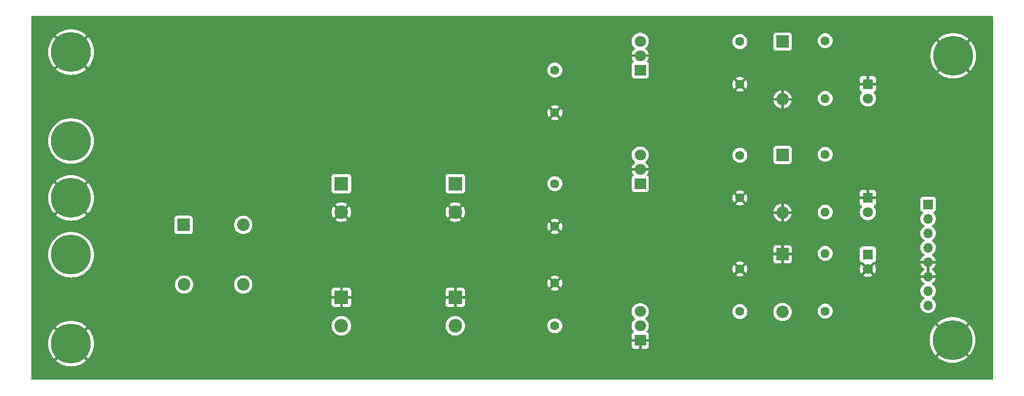
<source format=gbr>
%TF.GenerationSoftware,KiCad,Pcbnew,8.0.6*%
%TF.CreationDate,2024-12-15T12:14:17-05:00*%
%TF.ProjectId,SmallPSU,536d616c-6c50-4535-952e-6b696361645f,1.0*%
%TF.SameCoordinates,Original*%
%TF.FileFunction,Copper,L1,Top*%
%TF.FilePolarity,Positive*%
%FSLAX46Y46*%
G04 Gerber Fmt 4.6, Leading zero omitted, Abs format (unit mm)*
G04 Created by KiCad (PCBNEW 8.0.6) date 2024-12-15 12:14:17*
%MOMM*%
%LPD*%
G01*
G04 APERTURE LIST*
%TA.AperFunction,ComponentPad*%
%ADD10C,0.800000*%
%TD*%
%TA.AperFunction,ComponentPad*%
%ADD11C,7.000000*%
%TD*%
%TA.AperFunction,ComponentPad*%
%ADD12R,1.800000X1.800000*%
%TD*%
%TA.AperFunction,ComponentPad*%
%ADD13C,1.800000*%
%TD*%
%TA.AperFunction,ComponentPad*%
%ADD14R,2.000000X1.905000*%
%TD*%
%TA.AperFunction,ComponentPad*%
%ADD15O,2.000000X1.905000*%
%TD*%
%TA.AperFunction,ComponentPad*%
%ADD16C,1.600000*%
%TD*%
%TA.AperFunction,ComponentPad*%
%ADD17R,2.400000X2.400000*%
%TD*%
%TA.AperFunction,ComponentPad*%
%ADD18C,2.400000*%
%TD*%
%TA.AperFunction,ComponentPad*%
%ADD19O,1.600000X1.600000*%
%TD*%
%TA.AperFunction,ComponentPad*%
%ADD20O,1.700000X1.700000*%
%TD*%
%TA.AperFunction,ComponentPad*%
%ADD21R,1.700000X1.700000*%
%TD*%
%TA.AperFunction,ComponentPad*%
%ADD22R,2.200000X2.200000*%
%TD*%
%TA.AperFunction,ComponentPad*%
%ADD23O,2.200000X2.200000*%
%TD*%
%TA.AperFunction,ComponentPad*%
%ADD24C,2.200000*%
%TD*%
G04 APERTURE END LIST*
D10*
%TO.P,H7,1,1*%
%TO.N,GND*%
X226750000Y-81000000D03*
X227518845Y-79143845D03*
X227518845Y-82856155D03*
X229375000Y-78375000D03*
D11*
X229375000Y-81000000D03*
D10*
X229375000Y-83625000D03*
X231231155Y-79143845D03*
X231231155Y-82856155D03*
X232000000Y-81000000D03*
%TD*%
%TO.P,H6,1,1*%
%TO.N,GND*%
X226875000Y-31000000D03*
X227643845Y-29143845D03*
X227643845Y-32856155D03*
X229500000Y-28375000D03*
D11*
X229500000Y-31000000D03*
D10*
X229500000Y-33625000D03*
X231356155Y-29143845D03*
X231356155Y-32856155D03*
X232125000Y-31000000D03*
%TD*%
%TO.P,H5,1,1*%
%TO.N,GND*%
X71875000Y-81643845D03*
X72643845Y-79787690D03*
X72643845Y-83500000D03*
X74500000Y-79018845D03*
D11*
X74500000Y-81643845D03*
D10*
X74500000Y-84268845D03*
X76356155Y-79787690D03*
X76356155Y-83500000D03*
X77125000Y-81643845D03*
%TD*%
%TO.P,H4,1,1*%
%TO.N,GND*%
X71875000Y-30356155D03*
X72643845Y-28500000D03*
X72643845Y-32212310D03*
X74500000Y-27731155D03*
D11*
X74500000Y-30356155D03*
D10*
X74500000Y-32981155D03*
X76356155Y-28500000D03*
X76356155Y-32212310D03*
X77125000Y-30356155D03*
%TD*%
D12*
%TO.P,D5,1,K*%
%TO.N,Net-(D5-K)*%
X214500000Y-65960000D03*
D13*
%TO.P,D5,2,A*%
%TO.N,GND*%
X214500000Y-68500000D03*
%TD*%
D14*
%TO.P,U3,1,IN*%
%TO.N,/+12V*%
X174500000Y-33500000D03*
D15*
%TO.P,U3,2,GND*%
%TO.N,GND*%
X174500000Y-30960000D03*
%TO.P,U3,3,OUT*%
%TO.N,/+5V*%
X174500000Y-28420000D03*
%TD*%
D16*
%TO.P,C6,1*%
%TO.N,GND*%
X159500000Y-71000000D03*
%TO.P,C6,2*%
%TO.N,Net-(D1--)*%
X159500000Y-78500000D03*
%TD*%
D17*
%TO.P,C4,1*%
%TO.N,GND*%
X142000000Y-73500000D03*
D18*
%TO.P,C4,2*%
%TO.N,Net-(D1--)*%
X142000000Y-78500000D03*
%TD*%
D17*
%TO.P,C3,1*%
%TO.N,Net-(D1-+)*%
X142000000Y-53500000D03*
D18*
%TO.P,C3,2*%
%TO.N,GND*%
X142000000Y-58500000D03*
%TD*%
D17*
%TO.P,C2,1*%
%TO.N,GND*%
X122000000Y-73500000D03*
D18*
%TO.P,C2,2*%
%TO.N,Net-(D1--)*%
X122000000Y-78500000D03*
%TD*%
D10*
%TO.P,H3,1,1*%
%TO.N,/-14Vac*%
X71875000Y-66000000D03*
X72643845Y-64143845D03*
X72643845Y-67856155D03*
X74500000Y-63375000D03*
D11*
X74500000Y-66000000D03*
D10*
X74500000Y-68625000D03*
X76356155Y-64143845D03*
X76356155Y-67856155D03*
X77125000Y-66000000D03*
%TD*%
%TO.P,H2,1,1*%
%TO.N,GND*%
X71875000Y-56000000D03*
X72643845Y-54143845D03*
X72643845Y-57856155D03*
X74500000Y-53375000D03*
D11*
X74500000Y-56000000D03*
D10*
X74500000Y-58625000D03*
X76356155Y-54143845D03*
X76356155Y-57856155D03*
X77125000Y-56000000D03*
%TD*%
D14*
%TO.P,U2,1,GND*%
%TO.N,GND*%
X174500000Y-81080000D03*
D15*
%TO.P,U2,2,VI*%
%TO.N,Net-(D1--)*%
X174500000Y-78540000D03*
%TO.P,U2,3,VO*%
%TO.N,/-12V*%
X174500000Y-76000000D03*
%TD*%
D14*
%TO.P,U1,1,IN*%
%TO.N,Net-(D1-+)*%
X174500000Y-53500000D03*
D15*
%TO.P,U1,2,GND*%
%TO.N,GND*%
X174500000Y-50960000D03*
%TO.P,U1,3,OUT*%
%TO.N,/+12V*%
X174500000Y-48420000D03*
%TD*%
D16*
%TO.P,R3,1*%
%TO.N,/+5V*%
X207000000Y-28340000D03*
D19*
%TO.P,R3,2*%
%TO.N,Net-(D7-A)*%
X207000000Y-38500000D03*
%TD*%
D16*
%TO.P,R2,1*%
%TO.N,/-12V*%
X207000000Y-75920000D03*
D19*
%TO.P,R2,2*%
%TO.N,Net-(D5-K)*%
X207000000Y-65760000D03*
%TD*%
D16*
%TO.P,R1,1*%
%TO.N,/+12V*%
X207000000Y-48340000D03*
D19*
%TO.P,R1,2*%
%TO.N,Net-(D4-A)*%
X207000000Y-58500000D03*
%TD*%
D20*
%TO.P,J1,8,Pin_8*%
%TO.N,/-12V*%
X225100000Y-74905000D03*
%TO.P,J1,7,Pin_7*%
X225100000Y-72365000D03*
%TO.P,J1,6,Pin_6*%
%TO.N,GND*%
X225100000Y-69825000D03*
%TO.P,J1,5,Pin_5*%
X225100000Y-67285000D03*
%TO.P,J1,4,Pin_4*%
%TO.N,/+5V*%
X225100000Y-64745000D03*
%TO.P,J1,3,Pin_3*%
X225100000Y-62205000D03*
%TO.P,J1,2,Pin_2*%
%TO.N,/+12V*%
X225100000Y-59665000D03*
D21*
%TO.P,J1,1,Pin_1*%
X225100000Y-57125000D03*
%TD*%
D10*
%TO.P,H1,1,1*%
%TO.N,/+14Vac*%
X71875000Y-46000000D03*
X72643845Y-44143845D03*
X72643845Y-47856155D03*
X74500000Y-43375000D03*
D11*
X74500000Y-46000000D03*
D10*
X74500000Y-48625000D03*
X76356155Y-44143845D03*
X76356155Y-47856155D03*
X77125000Y-46000000D03*
%TD*%
D12*
%TO.P,D7,1,K*%
%TO.N,GND*%
X214500000Y-35960000D03*
D13*
%TO.P,D7,2,A*%
%TO.N,Net-(D7-A)*%
X214500000Y-38500000D03*
%TD*%
D22*
%TO.P,D6,1,K*%
%TO.N,/+5V*%
X199500000Y-28500000D03*
D23*
%TO.P,D6,2,A*%
%TO.N,GND*%
X199500000Y-38660000D03*
%TD*%
D12*
%TO.P,D4,1,K*%
%TO.N,GND*%
X214500000Y-56000000D03*
D13*
%TO.P,D4,2,A*%
%TO.N,Net-(D4-A)*%
X214500000Y-58540000D03*
%TD*%
D22*
%TO.P,D3,1,K*%
%TO.N,GND*%
X199500000Y-65920000D03*
D23*
%TO.P,D3,2,A*%
%TO.N,/-12V*%
X199500000Y-76080000D03*
%TD*%
D22*
%TO.P,D2,1,K*%
%TO.N,/+12V*%
X199500000Y-48420000D03*
D23*
%TO.P,D2,2,A*%
%TO.N,GND*%
X199500000Y-58580000D03*
%TD*%
D22*
%TO.P,D1,1,+*%
%TO.N,Net-(D1-+)*%
X94250000Y-60750000D03*
D24*
%TO.P,D1,2*%
%TO.N,/-14Vac*%
X94350000Y-71250000D03*
%TO.P,D1,3,-*%
%TO.N,Net-(D1--)*%
X104750000Y-71250000D03*
%TO.P,D1,4*%
%TO.N,/+14Vac*%
X104750000Y-60750000D03*
%TD*%
D16*
%TO.P,C10,1*%
%TO.N,/+5V*%
X192000000Y-28500000D03*
%TO.P,C10,2*%
%TO.N,GND*%
X192000000Y-36000000D03*
%TD*%
%TO.P,C9,2*%
%TO.N,GND*%
X159500000Y-41000000D03*
%TO.P,C9,1*%
%TO.N,/+12V*%
X159500000Y-33500000D03*
%TD*%
%TO.P,C8,1*%
%TO.N,GND*%
X192000000Y-68500000D03*
%TO.P,C8,2*%
%TO.N,/-12V*%
X192000000Y-76000000D03*
%TD*%
%TO.P,C7,1*%
%TO.N,/+12V*%
X192000000Y-48500000D03*
%TO.P,C7,2*%
%TO.N,GND*%
X192000000Y-56000000D03*
%TD*%
%TO.P,C5,1*%
%TO.N,Net-(D1-+)*%
X159500000Y-53500000D03*
%TO.P,C5,2*%
%TO.N,GND*%
X159500000Y-61000000D03*
%TD*%
D17*
%TO.P,C1,1*%
%TO.N,Net-(D1-+)*%
X122000000Y-53500000D03*
D18*
%TO.P,C1,2*%
%TO.N,GND*%
X122000000Y-58500000D03*
%TD*%
%TA.AperFunction,Conductor*%
%TO.N,GND*%
G36*
X225350000Y-69391988D02*
G01*
X225292993Y-69359075D01*
X225165826Y-69325000D01*
X225034174Y-69325000D01*
X224907007Y-69359075D01*
X224850000Y-69391988D01*
X224850000Y-67718012D01*
X224907007Y-67750925D01*
X225034174Y-67785000D01*
X225165826Y-67785000D01*
X225292993Y-67750925D01*
X225350000Y-67718012D01*
X225350000Y-69391988D01*
G37*
%TD.AperFunction*%
%TA.AperFunction,Conductor*%
G36*
X236442539Y-24020185D02*
G01*
X236488294Y-24072989D01*
X236499500Y-24124500D01*
X236499500Y-87875500D01*
X236479815Y-87942539D01*
X236427011Y-87988294D01*
X236375500Y-87999500D01*
X67624500Y-87999500D01*
X67557461Y-87979815D01*
X67511706Y-87927011D01*
X67500500Y-87875500D01*
X67500500Y-81643845D01*
X70495176Y-81643845D01*
X70514461Y-82036395D01*
X70572129Y-82425153D01*
X70667625Y-82806394D01*
X70800016Y-83176404D01*
X70800023Y-83176420D01*
X70968062Y-83531709D01*
X71170109Y-83868803D01*
X71404228Y-84184477D01*
X71500068Y-84290221D01*
X71500069Y-84290221D01*
X73098381Y-82691909D01*
X73181457Y-82800176D01*
X73343669Y-82962388D01*
X73451934Y-83045462D01*
X71853622Y-84643774D01*
X71853622Y-84643775D01*
X71959367Y-84739616D01*
X72275041Y-84973735D01*
X72612135Y-85175782D01*
X72967424Y-85343821D01*
X72967440Y-85343828D01*
X73337450Y-85476219D01*
X73718691Y-85571715D01*
X74107449Y-85629383D01*
X74500000Y-85648668D01*
X74892550Y-85629383D01*
X75281308Y-85571715D01*
X75662549Y-85476219D01*
X76032559Y-85343828D01*
X76032575Y-85343821D01*
X76387864Y-85175782D01*
X76724958Y-84973735D01*
X77040632Y-84739615D01*
X77146376Y-84643774D01*
X75548065Y-83045463D01*
X75656331Y-82962388D01*
X75818543Y-82800176D01*
X75901618Y-82691910D01*
X77499929Y-84290221D01*
X77595770Y-84184477D01*
X77829890Y-83868803D01*
X78031937Y-83531709D01*
X78199976Y-83176420D01*
X78199983Y-83176404D01*
X78332374Y-82806394D01*
X78427870Y-82425153D01*
X78485538Y-82036395D01*
X78504823Y-81643845D01*
X78485538Y-81251294D01*
X78427870Y-80862536D01*
X78332374Y-80481295D01*
X78199983Y-80111285D01*
X78199976Y-80111269D01*
X78031937Y-79755980D01*
X77829890Y-79418886D01*
X77595771Y-79103212D01*
X77499930Y-78997467D01*
X77499929Y-78997467D01*
X75901617Y-80595779D01*
X75818543Y-80487514D01*
X75656331Y-80325302D01*
X75548065Y-80242226D01*
X77146376Y-78643914D01*
X77146376Y-78643913D01*
X77040632Y-78548073D01*
X76975806Y-78499995D01*
X120294732Y-78499995D01*
X120294732Y-78500004D01*
X120313777Y-78754154D01*
X120342557Y-78880249D01*
X120370492Y-79002637D01*
X120463607Y-79239888D01*
X120591041Y-79460612D01*
X120749950Y-79659877D01*
X120936783Y-79833232D01*
X121147366Y-79976805D01*
X121147371Y-79976807D01*
X121147372Y-79976808D01*
X121147373Y-79976809D01*
X121237325Y-80020127D01*
X121376992Y-80087387D01*
X121376993Y-80087387D01*
X121376996Y-80087389D01*
X121620542Y-80162513D01*
X121872565Y-80200500D01*
X122127435Y-80200500D01*
X122379458Y-80162513D01*
X122623004Y-80087389D01*
X122852634Y-79976805D01*
X123063217Y-79833232D01*
X123250050Y-79659877D01*
X123408959Y-79460612D01*
X123536393Y-79239888D01*
X123629508Y-79002637D01*
X123686222Y-78754157D01*
X123705268Y-78500000D01*
X123705268Y-78499995D01*
X140294732Y-78499995D01*
X140294732Y-78500004D01*
X140313777Y-78754154D01*
X140342557Y-78880249D01*
X140370492Y-79002637D01*
X140463607Y-79239888D01*
X140591041Y-79460612D01*
X140749950Y-79659877D01*
X140936783Y-79833232D01*
X141147366Y-79976805D01*
X141147371Y-79976807D01*
X141147372Y-79976808D01*
X141147373Y-79976809D01*
X141237325Y-80020127D01*
X141376992Y-80087387D01*
X141376993Y-80087387D01*
X141376996Y-80087389D01*
X141620542Y-80162513D01*
X141872565Y-80200500D01*
X142127435Y-80200500D01*
X142379458Y-80162513D01*
X142623004Y-80087389D01*
X142852634Y-79976805D01*
X143063217Y-79833232D01*
X143250050Y-79659877D01*
X143408959Y-79460612D01*
X143536393Y-79239888D01*
X143629508Y-79002637D01*
X143686222Y-78754157D01*
X143705268Y-78500000D01*
X143705268Y-78499998D01*
X158194532Y-78499998D01*
X158194532Y-78500001D01*
X158214364Y-78726686D01*
X158214366Y-78726697D01*
X158273258Y-78946488D01*
X158273261Y-78946497D01*
X158369431Y-79152732D01*
X158369432Y-79152734D01*
X158499954Y-79339141D01*
X158660858Y-79500045D01*
X158660861Y-79500047D01*
X158847266Y-79630568D01*
X159053504Y-79726739D01*
X159273308Y-79785635D01*
X159435230Y-79799801D01*
X159499998Y-79805468D01*
X159500000Y-79805468D01*
X159500002Y-79805468D01*
X159556673Y-79800509D01*
X159726692Y-79785635D01*
X159946496Y-79726739D01*
X160152734Y-79630568D01*
X160339139Y-79500047D01*
X160500047Y-79339139D01*
X160630568Y-79152734D01*
X160726739Y-78946496D01*
X160785635Y-78726692D01*
X160805468Y-78500000D01*
X160785635Y-78273308D01*
X160726739Y-78053504D01*
X160630568Y-77847266D01*
X160517263Y-77685448D01*
X160500045Y-77660858D01*
X160339141Y-77499954D01*
X160152734Y-77369432D01*
X160152732Y-77369431D01*
X159946497Y-77273261D01*
X159946488Y-77273258D01*
X159726697Y-77214366D01*
X159726693Y-77214365D01*
X159726692Y-77214365D01*
X159726691Y-77214364D01*
X159726686Y-77214364D01*
X159500002Y-77194532D01*
X159499998Y-77194532D01*
X159273313Y-77214364D01*
X159273302Y-77214366D01*
X159053511Y-77273258D01*
X159053502Y-77273261D01*
X158847267Y-77369431D01*
X158847265Y-77369432D01*
X158660858Y-77499954D01*
X158499954Y-77660858D01*
X158369432Y-77847265D01*
X158369431Y-77847267D01*
X158273261Y-78053502D01*
X158273258Y-78053511D01*
X158214366Y-78273302D01*
X158214364Y-78273313D01*
X158194532Y-78499998D01*
X143705268Y-78499998D01*
X143686222Y-78245843D01*
X143629508Y-77997363D01*
X143536393Y-77760112D01*
X143408959Y-77539388D01*
X143250050Y-77340123D01*
X143063217Y-77166768D01*
X142852634Y-77023195D01*
X142852630Y-77023193D01*
X142852627Y-77023191D01*
X142852626Y-77023190D01*
X142623006Y-76912612D01*
X142623008Y-76912612D01*
X142379466Y-76837489D01*
X142379462Y-76837488D01*
X142379458Y-76837487D01*
X142258231Y-76819214D01*
X142127440Y-76799500D01*
X142127435Y-76799500D01*
X141872565Y-76799500D01*
X141872559Y-76799500D01*
X141715609Y-76823157D01*
X141620542Y-76837487D01*
X141620539Y-76837488D01*
X141620533Y-76837489D01*
X141376992Y-76912612D01*
X141147373Y-77023190D01*
X141147372Y-77023191D01*
X141147366Y-77023194D01*
X141147366Y-77023195D01*
X141122639Y-77040053D01*
X140936782Y-77166768D01*
X140749952Y-77340121D01*
X140749950Y-77340123D01*
X140591041Y-77539388D01*
X140463608Y-77760109D01*
X140370492Y-77997362D01*
X140370490Y-77997369D01*
X140313777Y-78245845D01*
X140294732Y-78499995D01*
X123705268Y-78499995D01*
X123686222Y-78245843D01*
X123629508Y-77997363D01*
X123536393Y-77760112D01*
X123408959Y-77539388D01*
X123250050Y-77340123D01*
X123063217Y-77166768D01*
X122852634Y-77023195D01*
X122852630Y-77023193D01*
X122852627Y-77023191D01*
X122852626Y-77023190D01*
X122623006Y-76912612D01*
X122623008Y-76912612D01*
X122379466Y-76837489D01*
X122379462Y-76837488D01*
X122379458Y-76837487D01*
X122258231Y-76819214D01*
X122127440Y-76799500D01*
X122127435Y-76799500D01*
X121872565Y-76799500D01*
X121872559Y-76799500D01*
X121715609Y-76823157D01*
X121620542Y-76837487D01*
X121620539Y-76837488D01*
X121620533Y-76837489D01*
X121376992Y-76912612D01*
X121147373Y-77023190D01*
X121147372Y-77023191D01*
X121147366Y-77023194D01*
X121147366Y-77023195D01*
X121122639Y-77040053D01*
X120936782Y-77166768D01*
X120749952Y-77340121D01*
X120749950Y-77340123D01*
X120591041Y-77539388D01*
X120463608Y-77760109D01*
X120370492Y-77997362D01*
X120370490Y-77997369D01*
X120313777Y-78245845D01*
X120294732Y-78499995D01*
X76975806Y-78499995D01*
X76724958Y-78313954D01*
X76387864Y-78111907D01*
X76032575Y-77943868D01*
X76032559Y-77943861D01*
X75662549Y-77811470D01*
X75281308Y-77715974D01*
X74892550Y-77658306D01*
X74500000Y-77639021D01*
X74107449Y-77658306D01*
X73718691Y-77715974D01*
X73337450Y-77811470D01*
X72967440Y-77943861D01*
X72967424Y-77943868D01*
X72612135Y-78111907D01*
X72275041Y-78313954D01*
X71959368Y-78548073D01*
X71853622Y-78643914D01*
X73451934Y-80242226D01*
X73343669Y-80325302D01*
X73181457Y-80487514D01*
X73098381Y-80595779D01*
X71500069Y-78997467D01*
X71404228Y-79103213D01*
X71170109Y-79418886D01*
X70968062Y-79755980D01*
X70800023Y-80111269D01*
X70800016Y-80111285D01*
X70667625Y-80481295D01*
X70572129Y-80862536D01*
X70514461Y-81251294D01*
X70495176Y-81643845D01*
X67500500Y-81643845D01*
X67500500Y-75885646D01*
X172999500Y-75885646D01*
X172999500Y-76114353D01*
X173035278Y-76340246D01*
X173035278Y-76340249D01*
X173105950Y-76557755D01*
X173208561Y-76759139D01*
X173209783Y-76761538D01*
X173344214Y-76946566D01*
X173505934Y-77108286D01*
X173558859Y-77146738D01*
X173590438Y-77169682D01*
X173633103Y-77225013D01*
X173639082Y-77294626D01*
X173606476Y-77356421D01*
X173590438Y-77370318D01*
X173505932Y-77431715D01*
X173344216Y-77593431D01*
X173344216Y-77593432D01*
X173344214Y-77593434D01*
X173295225Y-77660861D01*
X173209783Y-77778461D01*
X173105950Y-77982244D01*
X173035278Y-78199750D01*
X173035278Y-78199753D01*
X172999500Y-78425646D01*
X172999500Y-78654353D01*
X173035278Y-78880246D01*
X173035278Y-78880249D01*
X173105950Y-79097755D01*
X173178371Y-79239888D01*
X173209783Y-79301538D01*
X173342829Y-79484660D01*
X173366309Y-79550466D01*
X173350484Y-79618520D01*
X173300378Y-79667215D01*
X173285848Y-79673726D01*
X173257912Y-79684146D01*
X173257906Y-79684149D01*
X173142812Y-79770309D01*
X173142809Y-79770312D01*
X173056649Y-79885406D01*
X173056645Y-79885413D01*
X173006403Y-80020120D01*
X173006401Y-80020127D01*
X173000000Y-80079655D01*
X173000000Y-80830000D01*
X174009252Y-80830000D01*
X173987482Y-80867708D01*
X173950000Y-81007591D01*
X173950000Y-81152409D01*
X173987482Y-81292292D01*
X174009252Y-81330000D01*
X173000000Y-81330000D01*
X173000000Y-82080344D01*
X173006401Y-82139872D01*
X173006403Y-82139879D01*
X173056645Y-82274586D01*
X173056649Y-82274593D01*
X173142809Y-82389687D01*
X173142812Y-82389690D01*
X173257906Y-82475850D01*
X173257913Y-82475854D01*
X173392620Y-82526096D01*
X173392627Y-82526098D01*
X173452155Y-82532499D01*
X173452172Y-82532500D01*
X174250000Y-82532500D01*
X174250000Y-81570747D01*
X174287708Y-81592518D01*
X174427591Y-81630000D01*
X174572409Y-81630000D01*
X174712292Y-81592518D01*
X174750000Y-81570747D01*
X174750000Y-82532500D01*
X175547828Y-82532500D01*
X175547844Y-82532499D01*
X175607372Y-82526098D01*
X175607379Y-82526096D01*
X175742086Y-82475854D01*
X175742093Y-82475850D01*
X175857187Y-82389690D01*
X175857190Y-82389687D01*
X175943350Y-82274593D01*
X175943354Y-82274586D01*
X175993596Y-82139879D01*
X175993598Y-82139872D01*
X175999999Y-82080344D01*
X176000000Y-82080327D01*
X176000000Y-81330000D01*
X174990748Y-81330000D01*
X175012518Y-81292292D01*
X175050000Y-81152409D01*
X175050000Y-81007591D01*
X175047966Y-81000000D01*
X225370176Y-81000000D01*
X225389461Y-81392550D01*
X225447129Y-81781308D01*
X225542625Y-82162549D01*
X225675016Y-82532559D01*
X225675023Y-82532575D01*
X225843062Y-82887864D01*
X226045109Y-83224958D01*
X226279228Y-83540632D01*
X226375068Y-83646376D01*
X226375069Y-83646376D01*
X227973381Y-82048064D01*
X228056457Y-82156331D01*
X228218669Y-82318543D01*
X228326934Y-82401617D01*
X226728622Y-83999929D01*
X226728622Y-83999930D01*
X226834367Y-84095771D01*
X227150041Y-84329890D01*
X227487135Y-84531937D01*
X227842424Y-84699976D01*
X227842440Y-84699983D01*
X228212450Y-84832374D01*
X228593691Y-84927870D01*
X228982449Y-84985538D01*
X229375000Y-85004823D01*
X229767550Y-84985538D01*
X230156308Y-84927870D01*
X230537549Y-84832374D01*
X230907559Y-84699983D01*
X230907575Y-84699976D01*
X231262864Y-84531937D01*
X231599958Y-84329890D01*
X231915632Y-84095770D01*
X232021376Y-83999929D01*
X230423065Y-82401618D01*
X230531331Y-82318543D01*
X230693543Y-82156331D01*
X230776618Y-82048065D01*
X232374929Y-83646376D01*
X232470770Y-83540632D01*
X232704890Y-83224958D01*
X232906937Y-82887864D01*
X233074976Y-82532575D01*
X233074983Y-82532559D01*
X233207374Y-82162549D01*
X233302870Y-81781308D01*
X233360538Y-81392550D01*
X233379823Y-81000000D01*
X233360538Y-80607449D01*
X233302870Y-80218691D01*
X233207374Y-79837450D01*
X233074983Y-79467440D01*
X233074976Y-79467424D01*
X232906937Y-79112135D01*
X232704890Y-78775041D01*
X232470771Y-78459367D01*
X232374930Y-78353622D01*
X232374929Y-78353622D01*
X230776617Y-79951934D01*
X230693543Y-79843669D01*
X230531331Y-79681457D01*
X230423065Y-79598381D01*
X232021376Y-78000069D01*
X232021376Y-78000068D01*
X231915632Y-77904228D01*
X231599958Y-77670109D01*
X231262864Y-77468062D01*
X230907575Y-77300023D01*
X230907559Y-77300016D01*
X230537549Y-77167625D01*
X230156308Y-77072129D01*
X229767550Y-77014461D01*
X229375000Y-76995176D01*
X228982449Y-77014461D01*
X228593691Y-77072129D01*
X228212450Y-77167625D01*
X227842440Y-77300016D01*
X227842424Y-77300023D01*
X227487135Y-77468062D01*
X227150041Y-77670109D01*
X226834368Y-77904228D01*
X226728622Y-78000069D01*
X228326934Y-79598381D01*
X228218669Y-79681457D01*
X228056457Y-79843669D01*
X227973381Y-79951934D01*
X226375069Y-78353622D01*
X226279228Y-78459368D01*
X226045109Y-78775041D01*
X225843062Y-79112135D01*
X225675023Y-79467424D01*
X225675016Y-79467440D01*
X225542625Y-79837450D01*
X225447129Y-80218691D01*
X225389461Y-80607449D01*
X225370176Y-81000000D01*
X175047966Y-81000000D01*
X175012518Y-80867708D01*
X174990748Y-80830000D01*
X176000000Y-80830000D01*
X176000000Y-80079672D01*
X175999999Y-80079655D01*
X175993598Y-80020127D01*
X175993596Y-80020120D01*
X175943354Y-79885413D01*
X175943350Y-79885406D01*
X175857190Y-79770312D01*
X175857187Y-79770309D01*
X175742093Y-79684149D01*
X175742083Y-79684144D01*
X175714153Y-79673726D01*
X175658220Y-79631854D01*
X175633804Y-79566389D01*
X175648657Y-79498116D01*
X175657159Y-79484675D01*
X175790217Y-79301538D01*
X175894048Y-79097758D01*
X175924957Y-79002630D01*
X175964721Y-78880249D01*
X175964721Y-78880248D01*
X175964722Y-78880245D01*
X176000500Y-78654354D01*
X176000500Y-78425646D01*
X175964722Y-78199755D01*
X175964721Y-78199751D01*
X175964721Y-78199750D01*
X175894049Y-77982244D01*
X175790216Y-77778461D01*
X175776885Y-77760112D01*
X175655786Y-77593434D01*
X175494066Y-77431714D01*
X175409559Y-77370316D01*
X175366896Y-77314988D01*
X175360917Y-77245375D01*
X175393523Y-77183580D01*
X175409556Y-77169685D01*
X175494066Y-77108286D01*
X175655786Y-76946566D01*
X175790217Y-76761538D01*
X175894048Y-76557758D01*
X175930202Y-76446488D01*
X175964721Y-76340249D01*
X175964721Y-76340248D01*
X175964722Y-76340245D01*
X176000500Y-76114354D01*
X176000500Y-75999998D01*
X190694532Y-75999998D01*
X190694532Y-76000001D01*
X190714364Y-76226686D01*
X190714366Y-76226697D01*
X190773258Y-76446488D01*
X190773261Y-76446497D01*
X190869431Y-76652732D01*
X190869432Y-76652734D01*
X190999954Y-76839141D01*
X191160858Y-77000045D01*
X191193913Y-77023190D01*
X191347266Y-77130568D01*
X191553504Y-77226739D01*
X191773308Y-77285635D01*
X191935230Y-77299801D01*
X191999998Y-77305468D01*
X192000000Y-77305468D01*
X192000002Y-77305468D01*
X192056673Y-77300509D01*
X192226692Y-77285635D01*
X192446496Y-77226739D01*
X192652734Y-77130568D01*
X192839139Y-77000047D01*
X193000047Y-76839139D01*
X193130568Y-76652734D01*
X193226739Y-76446496D01*
X193285635Y-76226692D01*
X193298469Y-76080000D01*
X197894551Y-76080000D01*
X197914317Y-76331151D01*
X197973126Y-76576110D01*
X198069533Y-76808859D01*
X198201160Y-77023653D01*
X198201161Y-77023656D01*
X198224146Y-77050568D01*
X198364776Y-77215224D01*
X198447217Y-77285635D01*
X198556343Y-77378838D01*
X198556346Y-77378839D01*
X198771140Y-77510466D01*
X198971437Y-77593431D01*
X199003889Y-77606873D01*
X199248852Y-77665683D01*
X199500000Y-77685449D01*
X199751148Y-77665683D01*
X199996111Y-77606873D01*
X200228859Y-77510466D01*
X200443659Y-77378836D01*
X200635224Y-77215224D01*
X200798836Y-77023659D01*
X200930466Y-76808859D01*
X201026873Y-76576111D01*
X201085683Y-76331148D01*
X201105449Y-76080000D01*
X201092856Y-75919998D01*
X205694532Y-75919998D01*
X205694532Y-75920001D01*
X205714364Y-76146686D01*
X205714366Y-76146697D01*
X205773258Y-76366488D01*
X205773261Y-76366497D01*
X205869431Y-76572732D01*
X205869432Y-76572734D01*
X205999954Y-76759141D01*
X206160858Y-76920045D01*
X206160861Y-76920047D01*
X206347266Y-77050568D01*
X206553504Y-77146739D01*
X206773308Y-77205635D01*
X206935230Y-77219801D01*
X206999998Y-77225468D01*
X207000000Y-77225468D01*
X207000002Y-77225468D01*
X207056673Y-77220509D01*
X207226692Y-77205635D01*
X207446496Y-77146739D01*
X207652734Y-77050568D01*
X207839139Y-76920047D01*
X208000047Y-76759139D01*
X208130568Y-76572734D01*
X208226739Y-76366496D01*
X208285635Y-76146692D01*
X208305468Y-75920000D01*
X208285635Y-75693308D01*
X208226739Y-75473504D01*
X208130568Y-75267266D01*
X208000047Y-75080861D01*
X208000045Y-75080858D01*
X207839141Y-74919954D01*
X207652734Y-74789432D01*
X207652732Y-74789431D01*
X207446497Y-74693261D01*
X207446488Y-74693258D01*
X207226697Y-74634366D01*
X207226693Y-74634365D01*
X207226692Y-74634365D01*
X207226691Y-74634364D01*
X207226686Y-74634364D01*
X207000002Y-74614532D01*
X206999998Y-74614532D01*
X206773313Y-74634364D01*
X206773302Y-74634366D01*
X206553511Y-74693258D01*
X206553502Y-74693261D01*
X206347267Y-74789431D01*
X206347265Y-74789432D01*
X206160858Y-74919954D01*
X205999954Y-75080858D01*
X205869432Y-75267265D01*
X205869431Y-75267267D01*
X205773261Y-75473502D01*
X205773258Y-75473511D01*
X205714366Y-75693302D01*
X205714364Y-75693313D01*
X205694532Y-75919998D01*
X201092856Y-75919998D01*
X201085683Y-75828852D01*
X201026873Y-75583889D01*
X200981150Y-75473504D01*
X200930466Y-75351140D01*
X200798839Y-75136346D01*
X200798838Y-75136343D01*
X200751449Y-75080858D01*
X200635224Y-74944776D01*
X200453340Y-74789432D01*
X200443656Y-74781161D01*
X200443653Y-74781160D01*
X200228859Y-74649533D01*
X199996110Y-74553126D01*
X199751151Y-74494317D01*
X199500000Y-74474551D01*
X199248848Y-74494317D01*
X199003889Y-74553126D01*
X198771140Y-74649533D01*
X198556346Y-74781160D01*
X198556343Y-74781161D01*
X198364776Y-74944776D01*
X198201161Y-75136343D01*
X198201160Y-75136346D01*
X198069533Y-75351140D01*
X197973126Y-75583889D01*
X197914317Y-75828848D01*
X197894551Y-76080000D01*
X193298469Y-76080000D01*
X193305468Y-76000000D01*
X193285635Y-75773308D01*
X193226739Y-75553504D01*
X193130568Y-75347266D01*
X193027451Y-75199999D01*
X193000045Y-75160858D01*
X192839141Y-74999954D01*
X192652734Y-74869432D01*
X192652732Y-74869431D01*
X192446497Y-74773261D01*
X192446488Y-74773258D01*
X192226697Y-74714366D01*
X192226693Y-74714365D01*
X192226692Y-74714365D01*
X192226691Y-74714364D01*
X192226686Y-74714364D01*
X192000002Y-74694532D01*
X191999998Y-74694532D01*
X191773313Y-74714364D01*
X191773302Y-74714366D01*
X191553511Y-74773258D01*
X191553502Y-74773261D01*
X191347267Y-74869431D01*
X191347265Y-74869432D01*
X191160858Y-74999954D01*
X190999954Y-75160858D01*
X190869432Y-75347265D01*
X190869431Y-75347267D01*
X190773261Y-75553502D01*
X190773258Y-75553511D01*
X190714366Y-75773302D01*
X190714364Y-75773313D01*
X190694532Y-75999998D01*
X176000500Y-75999998D01*
X176000500Y-75885646D01*
X175964722Y-75659755D01*
X175964721Y-75659751D01*
X175964721Y-75659750D01*
X175894049Y-75442244D01*
X175856558Y-75368664D01*
X175790217Y-75238462D01*
X175655786Y-75053434D01*
X175494066Y-74891714D01*
X175309038Y-74757283D01*
X175224805Y-74714364D01*
X175105255Y-74653450D01*
X174887748Y-74582778D01*
X174700538Y-74553127D01*
X174661854Y-74547000D01*
X174338146Y-74547000D01*
X174262849Y-74558926D01*
X174112253Y-74582778D01*
X174112250Y-74582778D01*
X173894744Y-74653450D01*
X173690961Y-74757283D01*
X173622011Y-74807379D01*
X173505934Y-74891714D01*
X173505932Y-74891716D01*
X173505931Y-74891716D01*
X173344216Y-75053431D01*
X173344216Y-75053432D01*
X173344214Y-75053434D01*
X173324287Y-75080861D01*
X173209783Y-75238461D01*
X173105950Y-75442244D01*
X173035278Y-75659750D01*
X173035278Y-75659753D01*
X172999500Y-75885646D01*
X67500500Y-75885646D01*
X67500500Y-71250000D01*
X92744551Y-71250000D01*
X92764317Y-71501151D01*
X92823126Y-71746110D01*
X92919533Y-71978859D01*
X93051160Y-72193653D01*
X93051161Y-72193656D01*
X93101124Y-72252155D01*
X93214776Y-72385224D01*
X93363066Y-72511875D01*
X93406343Y-72548838D01*
X93406346Y-72548839D01*
X93621140Y-72680466D01*
X93853889Y-72776873D01*
X94098852Y-72835683D01*
X94350000Y-72855449D01*
X94601148Y-72835683D01*
X94846111Y-72776873D01*
X95078859Y-72680466D01*
X95293659Y-72548836D01*
X95485224Y-72385224D01*
X95648836Y-72193659D01*
X95780466Y-71978859D01*
X95876873Y-71746111D01*
X95935683Y-71501148D01*
X95955449Y-71250000D01*
X103144551Y-71250000D01*
X103164317Y-71501151D01*
X103223126Y-71746110D01*
X103319533Y-71978859D01*
X103451160Y-72193653D01*
X103451161Y-72193656D01*
X103501124Y-72252155D01*
X103614776Y-72385224D01*
X103763066Y-72511875D01*
X103806343Y-72548838D01*
X103806346Y-72548839D01*
X104021140Y-72680466D01*
X104253889Y-72776873D01*
X104498852Y-72835683D01*
X104750000Y-72855449D01*
X105001148Y-72835683D01*
X105246111Y-72776873D01*
X105478859Y-72680466D01*
X105693659Y-72548836D01*
X105885224Y-72385224D01*
X105998876Y-72252155D01*
X120300000Y-72252155D01*
X120300000Y-73250000D01*
X121451518Y-73250000D01*
X121440889Y-73268409D01*
X121400000Y-73421009D01*
X121400000Y-73578991D01*
X121440889Y-73731591D01*
X121451518Y-73750000D01*
X120300000Y-73750000D01*
X120300000Y-74747844D01*
X120306401Y-74807372D01*
X120306403Y-74807379D01*
X120356645Y-74942086D01*
X120356649Y-74942093D01*
X120442809Y-75057187D01*
X120442812Y-75057190D01*
X120557906Y-75143350D01*
X120557913Y-75143354D01*
X120692620Y-75193596D01*
X120692627Y-75193598D01*
X120752155Y-75199999D01*
X120752172Y-75200000D01*
X121750000Y-75200000D01*
X121750000Y-74048482D01*
X121768409Y-74059111D01*
X121921009Y-74100000D01*
X122078991Y-74100000D01*
X122231591Y-74059111D01*
X122250000Y-74048482D01*
X122250000Y-75200000D01*
X123247828Y-75200000D01*
X123247844Y-75199999D01*
X123307372Y-75193598D01*
X123307379Y-75193596D01*
X123442086Y-75143354D01*
X123442093Y-75143350D01*
X123557187Y-75057190D01*
X123557190Y-75057187D01*
X123643350Y-74942093D01*
X123643354Y-74942086D01*
X123693596Y-74807379D01*
X123693598Y-74807372D01*
X123699999Y-74747844D01*
X123700000Y-74747827D01*
X123700000Y-73750000D01*
X122548482Y-73750000D01*
X122559111Y-73731591D01*
X122600000Y-73578991D01*
X122600000Y-73421009D01*
X122559111Y-73268409D01*
X122548482Y-73250000D01*
X123700000Y-73250000D01*
X123700000Y-72252172D01*
X123699999Y-72252155D01*
X140300000Y-72252155D01*
X140300000Y-73250000D01*
X141451518Y-73250000D01*
X141440889Y-73268409D01*
X141400000Y-73421009D01*
X141400000Y-73578991D01*
X141440889Y-73731591D01*
X141451518Y-73750000D01*
X140300000Y-73750000D01*
X140300000Y-74747844D01*
X140306401Y-74807372D01*
X140306403Y-74807379D01*
X140356645Y-74942086D01*
X140356649Y-74942093D01*
X140442809Y-75057187D01*
X140442812Y-75057190D01*
X140557906Y-75143350D01*
X140557913Y-75143354D01*
X140692620Y-75193596D01*
X140692627Y-75193598D01*
X140752155Y-75199999D01*
X140752172Y-75200000D01*
X141750000Y-75200000D01*
X141750000Y-74048482D01*
X141768409Y-74059111D01*
X141921009Y-74100000D01*
X142078991Y-74100000D01*
X142231591Y-74059111D01*
X142250000Y-74048482D01*
X142250000Y-75200000D01*
X143247828Y-75200000D01*
X143247844Y-75199999D01*
X143307372Y-75193598D01*
X143307379Y-75193596D01*
X143442086Y-75143354D01*
X143442093Y-75143350D01*
X143557187Y-75057190D01*
X143557190Y-75057187D01*
X143643350Y-74942093D01*
X143643354Y-74942086D01*
X143693596Y-74807379D01*
X143693598Y-74807372D01*
X143699999Y-74747844D01*
X143700000Y-74747827D01*
X143700000Y-73750000D01*
X142548482Y-73750000D01*
X142559111Y-73731591D01*
X142600000Y-73578991D01*
X142600000Y-73421009D01*
X142559111Y-73268409D01*
X142548482Y-73250000D01*
X143700000Y-73250000D01*
X143700000Y-72252172D01*
X143699999Y-72252155D01*
X143693598Y-72192627D01*
X143693596Y-72192620D01*
X143643354Y-72057913D01*
X143643350Y-72057906D01*
X143557190Y-71942812D01*
X143557187Y-71942809D01*
X143442093Y-71856649D01*
X143442086Y-71856645D01*
X143307379Y-71806403D01*
X143307372Y-71806401D01*
X143247844Y-71800000D01*
X142250000Y-71800000D01*
X142250000Y-72951517D01*
X142231591Y-72940889D01*
X142078991Y-72900000D01*
X141921009Y-72900000D01*
X141768409Y-72940889D01*
X141750000Y-72951517D01*
X141750000Y-71800000D01*
X140752155Y-71800000D01*
X140692627Y-71806401D01*
X140692620Y-71806403D01*
X140557913Y-71856645D01*
X140557906Y-71856649D01*
X140442812Y-71942809D01*
X140442809Y-71942812D01*
X140356649Y-72057906D01*
X140356645Y-72057913D01*
X140306403Y-72192620D01*
X140306401Y-72192627D01*
X140300000Y-72252155D01*
X123699999Y-72252155D01*
X123693598Y-72192627D01*
X123693596Y-72192620D01*
X123643354Y-72057913D01*
X123643350Y-72057906D01*
X123557190Y-71942812D01*
X123557187Y-71942809D01*
X123442093Y-71856649D01*
X123442086Y-71856645D01*
X123307379Y-71806403D01*
X123307372Y-71806401D01*
X123247844Y-71800000D01*
X122250000Y-71800000D01*
X122250000Y-72951517D01*
X122231591Y-72940889D01*
X122078991Y-72900000D01*
X121921009Y-72900000D01*
X121768409Y-72940889D01*
X121750000Y-72951517D01*
X121750000Y-71800000D01*
X120752155Y-71800000D01*
X120692627Y-71806401D01*
X120692620Y-71806403D01*
X120557913Y-71856645D01*
X120557906Y-71856649D01*
X120442812Y-71942809D01*
X120442809Y-71942812D01*
X120356649Y-72057906D01*
X120356645Y-72057913D01*
X120306403Y-72192620D01*
X120306401Y-72192627D01*
X120300000Y-72252155D01*
X105998876Y-72252155D01*
X106048836Y-72193659D01*
X106180466Y-71978859D01*
X106276873Y-71746111D01*
X106335683Y-71501148D01*
X106355449Y-71250000D01*
X106335773Y-70999997D01*
X158195034Y-70999997D01*
X158195034Y-71000002D01*
X158214858Y-71226599D01*
X158214860Y-71226610D01*
X158273730Y-71446317D01*
X158273735Y-71446331D01*
X158369863Y-71652478D01*
X158420974Y-71725472D01*
X159100000Y-71046446D01*
X159100000Y-71052661D01*
X159127259Y-71154394D01*
X159179920Y-71245606D01*
X159254394Y-71320080D01*
X159345606Y-71372741D01*
X159447339Y-71400000D01*
X159453553Y-71400000D01*
X158774526Y-72079025D01*
X158847513Y-72130132D01*
X158847521Y-72130136D01*
X159053668Y-72226264D01*
X159053682Y-72226269D01*
X159273389Y-72285139D01*
X159273400Y-72285141D01*
X159499998Y-72304966D01*
X159500002Y-72304966D01*
X159726599Y-72285141D01*
X159726610Y-72285139D01*
X159946317Y-72226269D01*
X159946331Y-72226264D01*
X160152478Y-72130136D01*
X160225471Y-72079024D01*
X159546447Y-71400000D01*
X159552661Y-71400000D01*
X159654394Y-71372741D01*
X159745606Y-71320080D01*
X159820080Y-71245606D01*
X159872741Y-71154394D01*
X159900000Y-71052661D01*
X159900000Y-71046447D01*
X160579024Y-71725471D01*
X160630136Y-71652478D01*
X160726264Y-71446331D01*
X160726269Y-71446317D01*
X160785139Y-71226610D01*
X160785141Y-71226599D01*
X160804966Y-71000002D01*
X160804966Y-70999997D01*
X160785141Y-70773400D01*
X160785139Y-70773389D01*
X160726269Y-70553682D01*
X160726264Y-70553668D01*
X160630136Y-70347521D01*
X160630132Y-70347513D01*
X160579025Y-70274526D01*
X159900000Y-70953551D01*
X159900000Y-70947339D01*
X159872741Y-70845606D01*
X159820080Y-70754394D01*
X159745606Y-70679920D01*
X159654394Y-70627259D01*
X159552661Y-70600000D01*
X159546448Y-70600000D01*
X160225472Y-69920974D01*
X160152478Y-69869863D01*
X159946331Y-69773735D01*
X159946317Y-69773730D01*
X159726610Y-69714860D01*
X159726599Y-69714858D01*
X159500002Y-69695034D01*
X159499998Y-69695034D01*
X159273400Y-69714858D01*
X159273389Y-69714860D01*
X159053682Y-69773730D01*
X159053673Y-69773734D01*
X158847516Y-69869866D01*
X158847512Y-69869868D01*
X158774526Y-69920973D01*
X158774526Y-69920974D01*
X159453553Y-70600000D01*
X159447339Y-70600000D01*
X159345606Y-70627259D01*
X159254394Y-70679920D01*
X159179920Y-70754394D01*
X159127259Y-70845606D01*
X159100000Y-70947339D01*
X159100000Y-70953552D01*
X158420974Y-70274526D01*
X158420973Y-70274526D01*
X158369868Y-70347512D01*
X158369866Y-70347516D01*
X158273734Y-70553673D01*
X158273730Y-70553682D01*
X158214860Y-70773389D01*
X158214858Y-70773400D01*
X158195034Y-70999997D01*
X106335773Y-70999997D01*
X106335683Y-70998852D01*
X106276873Y-70753889D01*
X106232369Y-70646447D01*
X106180466Y-70521140D01*
X106048839Y-70306346D01*
X106048838Y-70306343D01*
X105979449Y-70225099D01*
X105885224Y-70114776D01*
X105734489Y-69986036D01*
X105693656Y-69951161D01*
X105693653Y-69951160D01*
X105478859Y-69819533D01*
X105246110Y-69723126D01*
X105001151Y-69664317D01*
X104750000Y-69644551D01*
X104498848Y-69664317D01*
X104253889Y-69723126D01*
X104021140Y-69819533D01*
X103806346Y-69951160D01*
X103806343Y-69951161D01*
X103614776Y-70114776D01*
X103451161Y-70306343D01*
X103451160Y-70306346D01*
X103319533Y-70521140D01*
X103223126Y-70753889D01*
X103164317Y-70998848D01*
X103144551Y-71250000D01*
X95955449Y-71250000D01*
X95935683Y-70998852D01*
X95876873Y-70753889D01*
X95832369Y-70646447D01*
X95780466Y-70521140D01*
X95648839Y-70306346D01*
X95648838Y-70306343D01*
X95579449Y-70225099D01*
X95485224Y-70114776D01*
X95334489Y-69986036D01*
X95293656Y-69951161D01*
X95293653Y-69951160D01*
X95078859Y-69819533D01*
X94846110Y-69723126D01*
X94601151Y-69664317D01*
X94350000Y-69644551D01*
X94098848Y-69664317D01*
X93853889Y-69723126D01*
X93621140Y-69819533D01*
X93406346Y-69951160D01*
X93406343Y-69951161D01*
X93214776Y-70114776D01*
X93051161Y-70306343D01*
X93051160Y-70306346D01*
X92919533Y-70521140D01*
X92823126Y-70753889D01*
X92764317Y-70998848D01*
X92744551Y-71250000D01*
X67500500Y-71250000D01*
X67500500Y-66000000D01*
X70494675Y-66000000D01*
X70513962Y-66392591D01*
X70513962Y-66392597D01*
X70513963Y-66392599D01*
X70571637Y-66781406D01*
X70667143Y-67162684D01*
X70799561Y-67532770D01*
X70799562Y-67532772D01*
X70967620Y-67888100D01*
X71122467Y-68146446D01*
X71169694Y-68225239D01*
X71373474Y-68500005D01*
X71403846Y-68540956D01*
X71667807Y-68832192D01*
X71959043Y-69096153D01*
X71959049Y-69096158D01*
X72274761Y-69330306D01*
X72274763Y-69330307D01*
X72611899Y-69532379D01*
X72611902Y-69532380D01*
X72611903Y-69532381D01*
X72967228Y-69700438D01*
X73337316Y-69832857D01*
X73718600Y-69928364D01*
X74107409Y-69986038D01*
X74500000Y-70005325D01*
X74892591Y-69986038D01*
X75281400Y-69928364D01*
X75662684Y-69832857D01*
X76032772Y-69700438D01*
X76388097Y-69532381D01*
X76725239Y-69330306D01*
X77040951Y-69096158D01*
X77332192Y-68832192D01*
X77596158Y-68540951D01*
X77626532Y-68499997D01*
X190695034Y-68499997D01*
X190695034Y-68500002D01*
X190714858Y-68726599D01*
X190714860Y-68726610D01*
X190773730Y-68946317D01*
X190773735Y-68946331D01*
X190869863Y-69152478D01*
X190920974Y-69225472D01*
X191600000Y-68546446D01*
X191600000Y-68552661D01*
X191627259Y-68654394D01*
X191679920Y-68745606D01*
X191754394Y-68820080D01*
X191845606Y-68872741D01*
X191947339Y-68900000D01*
X191953553Y-68900000D01*
X191274526Y-69579025D01*
X191347513Y-69630132D01*
X191347521Y-69630136D01*
X191553668Y-69726264D01*
X191553682Y-69726269D01*
X191773389Y-69785139D01*
X191773400Y-69785141D01*
X191999998Y-69804966D01*
X192000002Y-69804966D01*
X192226599Y-69785141D01*
X192226610Y-69785139D01*
X192446317Y-69726269D01*
X192446331Y-69726264D01*
X192652478Y-69630136D01*
X192725471Y-69579024D01*
X192046447Y-68900000D01*
X192052661Y-68900000D01*
X192154394Y-68872741D01*
X192245606Y-68820080D01*
X192320080Y-68745606D01*
X192372741Y-68654394D01*
X192400000Y-68552661D01*
X192400000Y-68546447D01*
X193079024Y-69225471D01*
X193130136Y-69152478D01*
X193226264Y-68946331D01*
X193226269Y-68946317D01*
X193285139Y-68726610D01*
X193285141Y-68726599D01*
X193304966Y-68500002D01*
X193304966Y-68499997D01*
X193304966Y-68499994D01*
X213095202Y-68499994D01*
X213095202Y-68500005D01*
X213114361Y-68731218D01*
X213171317Y-68956135D01*
X213264515Y-69168606D01*
X213348812Y-69297633D01*
X214057861Y-68588584D01*
X214080667Y-68673694D01*
X214139910Y-68776306D01*
X214223694Y-68860090D01*
X214326306Y-68919333D01*
X214411414Y-68942138D01*
X213701201Y-69652351D01*
X213731649Y-69676050D01*
X213935697Y-69786476D01*
X213935706Y-69786479D01*
X214155139Y-69861811D01*
X214383993Y-69900000D01*
X214616007Y-69900000D01*
X214844860Y-69861811D01*
X215064293Y-69786479D01*
X215064301Y-69786476D01*
X215268355Y-69676047D01*
X215298797Y-69652351D01*
X215298798Y-69652350D01*
X214588585Y-68942137D01*
X214673694Y-68919333D01*
X214776306Y-68860090D01*
X214860090Y-68776306D01*
X214919333Y-68673694D01*
X214942138Y-68588585D01*
X215651186Y-69297633D01*
X215735482Y-69168611D01*
X215828682Y-68956135D01*
X215885638Y-68731218D01*
X215904798Y-68500005D01*
X215904798Y-68499994D01*
X215885638Y-68268781D01*
X215828682Y-68043864D01*
X215735484Y-67831393D01*
X215651186Y-67702365D01*
X214942137Y-68411414D01*
X214919333Y-68326306D01*
X214860090Y-68223694D01*
X214776306Y-68139910D01*
X214673694Y-68080667D01*
X214588584Y-68057861D01*
X215249627Y-67396818D01*
X215310950Y-67363333D01*
X215337307Y-67360499D01*
X215447872Y-67360499D01*
X215507483Y-67354091D01*
X215642331Y-67303796D01*
X215757546Y-67217546D01*
X215843796Y-67102331D01*
X215894091Y-66967483D01*
X215900500Y-66907873D01*
X215900499Y-65012128D01*
X215894091Y-64952517D01*
X215851123Y-64837315D01*
X215843797Y-64817671D01*
X215843793Y-64817664D01*
X215757547Y-64702455D01*
X215757544Y-64702452D01*
X215642335Y-64616206D01*
X215642328Y-64616202D01*
X215507482Y-64565908D01*
X215507483Y-64565908D01*
X215447883Y-64559501D01*
X215447881Y-64559500D01*
X215447873Y-64559500D01*
X215447864Y-64559500D01*
X213552129Y-64559500D01*
X213552123Y-64559501D01*
X213492516Y-64565908D01*
X213357671Y-64616202D01*
X213357664Y-64616206D01*
X213242455Y-64702452D01*
X213242452Y-64702455D01*
X213156206Y-64817664D01*
X213156202Y-64817671D01*
X213105908Y-64952517D01*
X213099501Y-65012116D01*
X213099501Y-65012123D01*
X213099500Y-65012135D01*
X213099500Y-66907870D01*
X213099501Y-66907876D01*
X213105908Y-66967483D01*
X213156202Y-67102328D01*
X213156206Y-67102335D01*
X213242452Y-67217544D01*
X213242455Y-67217547D01*
X213357664Y-67303793D01*
X213357671Y-67303797D01*
X213402618Y-67320561D01*
X213492517Y-67354091D01*
X213552127Y-67360500D01*
X213662693Y-67360499D01*
X213729730Y-67380183D01*
X213750372Y-67396818D01*
X214411415Y-68057861D01*
X214326306Y-68080667D01*
X214223694Y-68139910D01*
X214139910Y-68223694D01*
X214080667Y-68326306D01*
X214057861Y-68411415D01*
X213348811Y-67702365D01*
X213264516Y-67831390D01*
X213171317Y-68043864D01*
X213114361Y-68268781D01*
X213095202Y-68499994D01*
X193304966Y-68499994D01*
X193285141Y-68273400D01*
X193285139Y-68273389D01*
X193226269Y-68053682D01*
X193226264Y-68053668D01*
X193130136Y-67847521D01*
X193130132Y-67847513D01*
X193079025Y-67774526D01*
X192400000Y-68453551D01*
X192400000Y-68447339D01*
X192372741Y-68345606D01*
X192320080Y-68254394D01*
X192245606Y-68179920D01*
X192154394Y-68127259D01*
X192052661Y-68100000D01*
X192046448Y-68100000D01*
X192725472Y-67420974D01*
X192652478Y-67369863D01*
X192446331Y-67273735D01*
X192446317Y-67273730D01*
X192226610Y-67214860D01*
X192226599Y-67214858D01*
X192000002Y-67195034D01*
X191999998Y-67195034D01*
X191773400Y-67214858D01*
X191773389Y-67214860D01*
X191553682Y-67273730D01*
X191553673Y-67273734D01*
X191347516Y-67369866D01*
X191347512Y-67369868D01*
X191274526Y-67420973D01*
X191274526Y-67420974D01*
X191953553Y-68100000D01*
X191947339Y-68100000D01*
X191845606Y-68127259D01*
X191754394Y-68179920D01*
X191679920Y-68254394D01*
X191627259Y-68345606D01*
X191600000Y-68447339D01*
X191600000Y-68453552D01*
X190920974Y-67774526D01*
X190920973Y-67774526D01*
X190869868Y-67847512D01*
X190869866Y-67847516D01*
X190773734Y-68053673D01*
X190773730Y-68053682D01*
X190714860Y-68273389D01*
X190714858Y-68273400D01*
X190695034Y-68499997D01*
X77626532Y-68499997D01*
X77830306Y-68225239D01*
X78032381Y-67888097D01*
X78200438Y-67532772D01*
X78332857Y-67162684D01*
X78428364Y-66781400D01*
X78486038Y-66392591D01*
X78505325Y-66000000D01*
X78486038Y-65607409D01*
X78428364Y-65218600D01*
X78332857Y-64837316D01*
X78309542Y-64772155D01*
X197900000Y-64772155D01*
X197900000Y-65670000D01*
X199009252Y-65670000D01*
X198987482Y-65707708D01*
X198950000Y-65847591D01*
X198950000Y-65992409D01*
X198987482Y-66132292D01*
X199009252Y-66170000D01*
X197900000Y-66170000D01*
X197900000Y-67067844D01*
X197906401Y-67127372D01*
X197906403Y-67127379D01*
X197956645Y-67262086D01*
X197956649Y-67262093D01*
X198042809Y-67377187D01*
X198042812Y-67377190D01*
X198157906Y-67463350D01*
X198157913Y-67463354D01*
X198292620Y-67513596D01*
X198292627Y-67513598D01*
X198352155Y-67519999D01*
X198352172Y-67520000D01*
X199250000Y-67520000D01*
X199250000Y-66410747D01*
X199287708Y-66432518D01*
X199427591Y-66470000D01*
X199572409Y-66470000D01*
X199712292Y-66432518D01*
X199750000Y-66410747D01*
X199750000Y-67520000D01*
X200647828Y-67520000D01*
X200647844Y-67519999D01*
X200707372Y-67513598D01*
X200707379Y-67513596D01*
X200842086Y-67463354D01*
X200842093Y-67463350D01*
X200957187Y-67377190D01*
X200957190Y-67377187D01*
X201043350Y-67262093D01*
X201043354Y-67262086D01*
X201093596Y-67127379D01*
X201093598Y-67127372D01*
X201099999Y-67067844D01*
X201100000Y-67067827D01*
X201100000Y-66170000D01*
X199990748Y-66170000D01*
X200012518Y-66132292D01*
X200050000Y-65992409D01*
X200050000Y-65847591D01*
X200026529Y-65759998D01*
X205694532Y-65759998D01*
X205694532Y-65760001D01*
X205714364Y-65986686D01*
X205714366Y-65986697D01*
X205773258Y-66206488D01*
X205773261Y-66206497D01*
X205869431Y-66412732D01*
X205869432Y-66412734D01*
X205999954Y-66599141D01*
X206160858Y-66760045D01*
X206191365Y-66781406D01*
X206347266Y-66890568D01*
X206553504Y-66986739D01*
X206773308Y-67045635D01*
X206935230Y-67059801D01*
X206999998Y-67065468D01*
X207000000Y-67065468D01*
X207000002Y-67065468D01*
X207056673Y-67060509D01*
X207226692Y-67045635D01*
X207446496Y-66986739D01*
X207652734Y-66890568D01*
X207839139Y-66760047D01*
X208000047Y-66599139D01*
X208130568Y-66412734D01*
X208226739Y-66206496D01*
X208285635Y-65986692D01*
X208305468Y-65760000D01*
X208285635Y-65533308D01*
X208226739Y-65313504D01*
X208130568Y-65107266D01*
X208000047Y-64920861D01*
X208000045Y-64920858D01*
X207839141Y-64759954D01*
X207652734Y-64629432D01*
X207652732Y-64629431D01*
X207446497Y-64533261D01*
X207446488Y-64533258D01*
X207226697Y-64474366D01*
X207226693Y-64474365D01*
X207226692Y-64474365D01*
X207226691Y-64474364D01*
X207226686Y-64474364D01*
X207000002Y-64454532D01*
X206999998Y-64454532D01*
X206773313Y-64474364D01*
X206773302Y-64474366D01*
X206553511Y-64533258D01*
X206553502Y-64533261D01*
X206347267Y-64629431D01*
X206347265Y-64629432D01*
X206160858Y-64759954D01*
X205999954Y-64920858D01*
X205869432Y-65107265D01*
X205869431Y-65107267D01*
X205773261Y-65313502D01*
X205773258Y-65313511D01*
X205714366Y-65533302D01*
X205714364Y-65533313D01*
X205694532Y-65759998D01*
X200026529Y-65759998D01*
X200012518Y-65707708D01*
X199990748Y-65670000D01*
X201100000Y-65670000D01*
X201100000Y-64772172D01*
X201099999Y-64772155D01*
X201093598Y-64712627D01*
X201093596Y-64712620D01*
X201043354Y-64577913D01*
X201043350Y-64577906D01*
X200957190Y-64462812D01*
X200957187Y-64462809D01*
X200842093Y-64376649D01*
X200842086Y-64376645D01*
X200707379Y-64326403D01*
X200707372Y-64326401D01*
X200647844Y-64320000D01*
X199750000Y-64320000D01*
X199750000Y-65429252D01*
X199712292Y-65407482D01*
X199572409Y-65370000D01*
X199427591Y-65370000D01*
X199287708Y-65407482D01*
X199250000Y-65429252D01*
X199250000Y-64320000D01*
X198352155Y-64320000D01*
X198292627Y-64326401D01*
X198292620Y-64326403D01*
X198157913Y-64376645D01*
X198157906Y-64376649D01*
X198042812Y-64462809D01*
X198042809Y-64462812D01*
X197956649Y-64577906D01*
X197956645Y-64577913D01*
X197906403Y-64712620D01*
X197906401Y-64712627D01*
X197900000Y-64772155D01*
X78309542Y-64772155D01*
X78200438Y-64467228D01*
X78032381Y-64111903D01*
X78005568Y-64067169D01*
X77830307Y-63774763D01*
X77830306Y-63774761D01*
X77596158Y-63459049D01*
X77596153Y-63459043D01*
X77332192Y-63167807D01*
X77040956Y-62903846D01*
X77012619Y-62882830D01*
X76725239Y-62669694D01*
X76723506Y-62668655D01*
X76388100Y-62467620D01*
X76032772Y-62299562D01*
X76032770Y-62299561D01*
X75662684Y-62167143D01*
X75281406Y-62071637D01*
X75281401Y-62071636D01*
X75281400Y-62071636D01*
X75127694Y-62048836D01*
X74892599Y-62013963D01*
X74892597Y-62013962D01*
X74892591Y-62013962D01*
X74500000Y-61994675D01*
X74107409Y-62013962D01*
X74107403Y-62013962D01*
X74107400Y-62013963D01*
X73718593Y-62071637D01*
X73337315Y-62167143D01*
X72967229Y-62299561D01*
X72967227Y-62299562D01*
X72611899Y-62467620D01*
X72274763Y-62669692D01*
X71959043Y-62903846D01*
X71667807Y-63167807D01*
X71403846Y-63459043D01*
X71169692Y-63774763D01*
X70967620Y-64111899D01*
X70799562Y-64467227D01*
X70799561Y-64467229D01*
X70667143Y-64837315D01*
X70571637Y-65218593D01*
X70517688Y-65582292D01*
X70513962Y-65607409D01*
X70494675Y-66000000D01*
X67500500Y-66000000D01*
X67500500Y-56000000D01*
X70495176Y-56000000D01*
X70514461Y-56392550D01*
X70572129Y-56781308D01*
X70667625Y-57162549D01*
X70800016Y-57532559D01*
X70800023Y-57532575D01*
X70968062Y-57887864D01*
X71170109Y-58224958D01*
X71404228Y-58540632D01*
X71500068Y-58646376D01*
X71500069Y-58646376D01*
X73098381Y-57048064D01*
X73181457Y-57156331D01*
X73343669Y-57318543D01*
X73451934Y-57401617D01*
X71853622Y-58999929D01*
X71853622Y-58999930D01*
X71959367Y-59095771D01*
X72275041Y-59329890D01*
X72612135Y-59531937D01*
X72967424Y-59699976D01*
X72967440Y-59699983D01*
X73337450Y-59832374D01*
X73718691Y-59927870D01*
X74107449Y-59985538D01*
X74500000Y-60004823D01*
X74892550Y-59985538D01*
X75281308Y-59927870D01*
X75662549Y-59832374D01*
X76032559Y-59699983D01*
X76032575Y-59699976D01*
X76239443Y-59602135D01*
X92649500Y-59602135D01*
X92649500Y-61897870D01*
X92649501Y-61897876D01*
X92655908Y-61957483D01*
X92706202Y-62092328D01*
X92706206Y-62092335D01*
X92792452Y-62207544D01*
X92792455Y-62207547D01*
X92907664Y-62293793D01*
X92907671Y-62293797D01*
X93042517Y-62344091D01*
X93042516Y-62344091D01*
X93049444Y-62344835D01*
X93102127Y-62350500D01*
X95397872Y-62350499D01*
X95457483Y-62344091D01*
X95592331Y-62293796D01*
X95707546Y-62207546D01*
X95793796Y-62092331D01*
X95844091Y-61957483D01*
X95850500Y-61897873D01*
X95850499Y-60750000D01*
X103144551Y-60750000D01*
X103164317Y-61001151D01*
X103223126Y-61246110D01*
X103319533Y-61478859D01*
X103451160Y-61693653D01*
X103451161Y-61693656D01*
X103451164Y-61693659D01*
X103614776Y-61885224D01*
X103713563Y-61969596D01*
X103806343Y-62048838D01*
X103806346Y-62048839D01*
X104021140Y-62180466D01*
X104253889Y-62276873D01*
X104498852Y-62335683D01*
X104750000Y-62355449D01*
X105001148Y-62335683D01*
X105246111Y-62276873D01*
X105478859Y-62180466D01*
X105693659Y-62048836D01*
X105885224Y-61885224D01*
X106048836Y-61693659D01*
X106180466Y-61478859D01*
X106276873Y-61246111D01*
X106335683Y-61001148D01*
X106335774Y-60999997D01*
X158195034Y-60999997D01*
X158195034Y-61000002D01*
X158214858Y-61226599D01*
X158214860Y-61226610D01*
X158273730Y-61446317D01*
X158273735Y-61446331D01*
X158369863Y-61652478D01*
X158420974Y-61725472D01*
X159100000Y-61046446D01*
X159100000Y-61052661D01*
X159127259Y-61154394D01*
X159179920Y-61245606D01*
X159254394Y-61320080D01*
X159345606Y-61372741D01*
X159447339Y-61400000D01*
X159453553Y-61400000D01*
X158774526Y-62079025D01*
X158847513Y-62130132D01*
X158847521Y-62130136D01*
X159053668Y-62226264D01*
X159053682Y-62226269D01*
X159273389Y-62285139D01*
X159273400Y-62285141D01*
X159499998Y-62304966D01*
X159500002Y-62304966D01*
X159726599Y-62285141D01*
X159726610Y-62285139D01*
X159946317Y-62226269D01*
X159946331Y-62226264D01*
X160152478Y-62130136D01*
X160225471Y-62079024D01*
X159546447Y-61400000D01*
X159552661Y-61400000D01*
X159654394Y-61372741D01*
X159745606Y-61320080D01*
X159820080Y-61245606D01*
X159872741Y-61154394D01*
X159900000Y-61052661D01*
X159900000Y-61046447D01*
X160579024Y-61725471D01*
X160630136Y-61652478D01*
X160726264Y-61446331D01*
X160726269Y-61446317D01*
X160785139Y-61226610D01*
X160785141Y-61226599D01*
X160804966Y-61000002D01*
X160804966Y-60999997D01*
X160785141Y-60773400D01*
X160785139Y-60773389D01*
X160726269Y-60553682D01*
X160726264Y-60553668D01*
X160630136Y-60347521D01*
X160630132Y-60347513D01*
X160579025Y-60274526D01*
X159900000Y-60953551D01*
X159900000Y-60947339D01*
X159872741Y-60845606D01*
X159820080Y-60754394D01*
X159745606Y-60679920D01*
X159654394Y-60627259D01*
X159552661Y-60600000D01*
X159546448Y-60600000D01*
X160225472Y-59920974D01*
X160152478Y-59869863D01*
X159946331Y-59773735D01*
X159946317Y-59773730D01*
X159726610Y-59714860D01*
X159726599Y-59714858D01*
X159500002Y-59695034D01*
X159499998Y-59695034D01*
X159273400Y-59714858D01*
X159273389Y-59714860D01*
X159053682Y-59773730D01*
X159053673Y-59773734D01*
X158847516Y-59869866D01*
X158847512Y-59869868D01*
X158774526Y-59920973D01*
X158774526Y-59920974D01*
X159453553Y-60600000D01*
X159447339Y-60600000D01*
X159345606Y-60627259D01*
X159254394Y-60679920D01*
X159179920Y-60754394D01*
X159127259Y-60845606D01*
X159100000Y-60947339D01*
X159100000Y-60953552D01*
X158420974Y-60274526D01*
X158420973Y-60274526D01*
X158369868Y-60347512D01*
X158369866Y-60347516D01*
X158273734Y-60553673D01*
X158273730Y-60553682D01*
X158214860Y-60773389D01*
X158214858Y-60773400D01*
X158195034Y-60999997D01*
X106335774Y-60999997D01*
X106355449Y-60750000D01*
X106335683Y-60498852D01*
X106276873Y-60253889D01*
X106254551Y-60199999D01*
X106180466Y-60021140D01*
X106048839Y-59806346D01*
X106048838Y-59806343D01*
X105980849Y-59726739D01*
X105885224Y-59614776D01*
X105750891Y-59500045D01*
X105693656Y-59451161D01*
X105693653Y-59451160D01*
X105478859Y-59319533D01*
X105246110Y-59223126D01*
X105001151Y-59164317D01*
X104750000Y-59144551D01*
X104498848Y-59164317D01*
X104253889Y-59223126D01*
X104021140Y-59319533D01*
X103806346Y-59451160D01*
X103806343Y-59451161D01*
X103614776Y-59614776D01*
X103451161Y-59806343D01*
X103451160Y-59806346D01*
X103319533Y-60021140D01*
X103223126Y-60253889D01*
X103164317Y-60498848D01*
X103144551Y-60750000D01*
X95850499Y-60750000D01*
X95850499Y-59602128D01*
X95844091Y-59542517D01*
X95813440Y-59460338D01*
X95793797Y-59407671D01*
X95793793Y-59407664D01*
X95707547Y-59292455D01*
X95707544Y-59292452D01*
X95592335Y-59206206D01*
X95592328Y-59206202D01*
X95457482Y-59155908D01*
X95457483Y-59155908D01*
X95397883Y-59149501D01*
X95397881Y-59149500D01*
X95397873Y-59149500D01*
X95397864Y-59149500D01*
X93102129Y-59149500D01*
X93102123Y-59149501D01*
X93042516Y-59155908D01*
X92907671Y-59206202D01*
X92907664Y-59206206D01*
X92792455Y-59292452D01*
X92792452Y-59292455D01*
X92706206Y-59407664D01*
X92706202Y-59407671D01*
X92655908Y-59542517D01*
X92649501Y-59602116D01*
X92649501Y-59602123D01*
X92649500Y-59602135D01*
X76239443Y-59602135D01*
X76387864Y-59531937D01*
X76724958Y-59329890D01*
X77040632Y-59095770D01*
X77146376Y-58999929D01*
X75548065Y-57401618D01*
X75656331Y-57318543D01*
X75818543Y-57156331D01*
X75901618Y-57048065D01*
X77499929Y-58646376D01*
X77595770Y-58540632D01*
X77625908Y-58499995D01*
X120295233Y-58499995D01*
X120295233Y-58500004D01*
X120314273Y-58754079D01*
X120370968Y-59002477D01*
X120370973Y-59002494D01*
X120464058Y-59239671D01*
X120464057Y-59239671D01*
X120591454Y-59460327D01*
X120591461Y-59460338D01*
X120633452Y-59512991D01*
X120633453Y-59512992D01*
X121435387Y-58711058D01*
X121440889Y-58731591D01*
X121519881Y-58868408D01*
X121631592Y-58980119D01*
X121768409Y-59059111D01*
X121788940Y-59064612D01*
X120986813Y-59866738D01*
X121147616Y-59976371D01*
X121147624Y-59976376D01*
X121377176Y-60086921D01*
X121377174Y-60086921D01*
X121620652Y-60162024D01*
X121620658Y-60162026D01*
X121872595Y-60199999D01*
X121872604Y-60200000D01*
X122127396Y-60200000D01*
X122127404Y-60199999D01*
X122379341Y-60162026D01*
X122379347Y-60162024D01*
X122622824Y-60086921D01*
X122852376Y-59976376D01*
X122852377Y-59976375D01*
X123013185Y-59866738D01*
X122211060Y-59064612D01*
X122231591Y-59059111D01*
X122368408Y-58980119D01*
X122480119Y-58868408D01*
X122559111Y-58731591D01*
X122564612Y-58711059D01*
X123366544Y-59512992D01*
X123366546Y-59512991D01*
X123408544Y-59460330D01*
X123535941Y-59239671D01*
X123629026Y-59002494D01*
X123629031Y-59002477D01*
X123685726Y-58754079D01*
X123704767Y-58500004D01*
X123704767Y-58499995D01*
X140295233Y-58499995D01*
X140295233Y-58500004D01*
X140314273Y-58754079D01*
X140370968Y-59002477D01*
X140370973Y-59002494D01*
X140464058Y-59239671D01*
X140464057Y-59239671D01*
X140591454Y-59460327D01*
X140591461Y-59460338D01*
X140633452Y-59512991D01*
X140633453Y-59512992D01*
X141435387Y-58711058D01*
X141440889Y-58731591D01*
X141519881Y-58868408D01*
X141631592Y-58980119D01*
X141768409Y-59059111D01*
X141788940Y-59064612D01*
X140986813Y-59866738D01*
X141147616Y-59976371D01*
X141147624Y-59976376D01*
X141377176Y-60086921D01*
X141377174Y-60086921D01*
X141620652Y-60162024D01*
X141620658Y-60162026D01*
X141872595Y-60199999D01*
X141872604Y-60200000D01*
X142127396Y-60200000D01*
X142127404Y-60199999D01*
X142379341Y-60162026D01*
X142379347Y-60162024D01*
X142622824Y-60086921D01*
X142852376Y-59976376D01*
X142852377Y-59976375D01*
X143013185Y-59866738D01*
X142211060Y-59064612D01*
X142231591Y-59059111D01*
X142368408Y-58980119D01*
X142480119Y-58868408D01*
X142559111Y-58731591D01*
X142564612Y-58711059D01*
X143366544Y-59512992D01*
X143366546Y-59512991D01*
X143408544Y-59460330D01*
X143535941Y-59239671D01*
X143629026Y-59002494D01*
X143629031Y-59002477D01*
X143685726Y-58754079D01*
X143704767Y-58500004D01*
X143704767Y-58499995D01*
X143692027Y-58329999D01*
X197914728Y-58329999D01*
X197914729Y-58330000D01*
X199009252Y-58330000D01*
X198987482Y-58367708D01*
X198950000Y-58507591D01*
X198950000Y-58652409D01*
X198987482Y-58792292D01*
X199009252Y-58830000D01*
X197914728Y-58830000D01*
X197914811Y-58831067D01*
X197973603Y-59075956D01*
X198069980Y-59308631D01*
X198201568Y-59523362D01*
X198201571Y-59523367D01*
X198365130Y-59714869D01*
X198556632Y-59878428D01*
X198556637Y-59878431D01*
X198771368Y-60010019D01*
X199004043Y-60106396D01*
X199248932Y-60165188D01*
X199250000Y-60165271D01*
X199250000Y-59070747D01*
X199287708Y-59092518D01*
X199427591Y-59130000D01*
X199572409Y-59130000D01*
X199712292Y-59092518D01*
X199750000Y-59070747D01*
X199750000Y-60165271D01*
X199751067Y-60165188D01*
X199995956Y-60106396D01*
X200228631Y-60010019D01*
X200443362Y-59878431D01*
X200443367Y-59878428D01*
X200634869Y-59714869D01*
X200798428Y-59523367D01*
X200798431Y-59523362D01*
X200930019Y-59308631D01*
X201026396Y-59075956D01*
X201085188Y-58831067D01*
X201085272Y-58830000D01*
X199990748Y-58830000D01*
X200012518Y-58792292D01*
X200050000Y-58652409D01*
X200050000Y-58507591D01*
X200047965Y-58499998D01*
X205694532Y-58499998D01*
X205694532Y-58500001D01*
X205714364Y-58726686D01*
X205714366Y-58726697D01*
X205773258Y-58946488D01*
X205773261Y-58946497D01*
X205869431Y-59152732D01*
X205869432Y-59152734D01*
X205999954Y-59339141D01*
X206160858Y-59500045D01*
X206194159Y-59523362D01*
X206347266Y-59630568D01*
X206553504Y-59726739D01*
X206773308Y-59785635D01*
X206935230Y-59799801D01*
X206999998Y-59805468D01*
X207000000Y-59805468D01*
X207000002Y-59805468D01*
X207056673Y-59800509D01*
X207226692Y-59785635D01*
X207446496Y-59726739D01*
X207652734Y-59630568D01*
X207839139Y-59500047D01*
X208000047Y-59339139D01*
X208130568Y-59152734D01*
X208226739Y-58946496D01*
X208285635Y-58726692D01*
X208301969Y-58539993D01*
X213094700Y-58539993D01*
X213094700Y-58540006D01*
X213113864Y-58771297D01*
X213113866Y-58771308D01*
X213170842Y-58996300D01*
X213264075Y-59208848D01*
X213391016Y-59403147D01*
X213391019Y-59403151D01*
X213391021Y-59403153D01*
X213548216Y-59573913D01*
X213548219Y-59573915D01*
X213548222Y-59573918D01*
X213731365Y-59716464D01*
X213731371Y-59716468D01*
X213731374Y-59716470D01*
X213935497Y-59826936D01*
X214049487Y-59866068D01*
X214155015Y-59902297D01*
X214155017Y-59902297D01*
X214155019Y-59902298D01*
X214383951Y-59940500D01*
X214383952Y-59940500D01*
X214616048Y-59940500D01*
X214616049Y-59940500D01*
X214844981Y-59902298D01*
X215064503Y-59826936D01*
X215268626Y-59716470D01*
X215334756Y-59664999D01*
X223744341Y-59664999D01*
X223744341Y-59665000D01*
X223764936Y-59900403D01*
X223764938Y-59900413D01*
X223826094Y-60128655D01*
X223826096Y-60128659D01*
X223826097Y-60128663D01*
X223843129Y-60165188D01*
X223925965Y-60342830D01*
X224061501Y-60536395D01*
X224061506Y-60536402D01*
X224228597Y-60703493D01*
X224228603Y-60703498D01*
X224414158Y-60833425D01*
X224457783Y-60888002D01*
X224464977Y-60957500D01*
X224433454Y-61019855D01*
X224414158Y-61036575D01*
X224228597Y-61166505D01*
X224061505Y-61333597D01*
X223925965Y-61527169D01*
X223925964Y-61527171D01*
X223826098Y-61741335D01*
X223826094Y-61741344D01*
X223764938Y-61969586D01*
X223764936Y-61969596D01*
X223744341Y-62204999D01*
X223744341Y-62205000D01*
X223764936Y-62440403D01*
X223764938Y-62440413D01*
X223826094Y-62668655D01*
X223826096Y-62668659D01*
X223826097Y-62668663D01*
X223826577Y-62669692D01*
X223925965Y-62882830D01*
X223925967Y-62882834D01*
X224061501Y-63076395D01*
X224061506Y-63076402D01*
X224228597Y-63243493D01*
X224228603Y-63243498D01*
X224414158Y-63373425D01*
X224457783Y-63428002D01*
X224464977Y-63497500D01*
X224433454Y-63559855D01*
X224414158Y-63576575D01*
X224228597Y-63706505D01*
X224061505Y-63873597D01*
X223925965Y-64067169D01*
X223925964Y-64067171D01*
X223826098Y-64281335D01*
X223826094Y-64281344D01*
X223764938Y-64509586D01*
X223764936Y-64509596D01*
X223744341Y-64744999D01*
X223744341Y-64745000D01*
X223764936Y-64980403D01*
X223764938Y-64980413D01*
X223826094Y-65208655D01*
X223826096Y-65208659D01*
X223826097Y-65208663D01*
X223874989Y-65313511D01*
X223925965Y-65422830D01*
X223925967Y-65422834D01*
X224003326Y-65533313D01*
X224061505Y-65616401D01*
X224228599Y-65783495D01*
X224320137Y-65847591D01*
X224414594Y-65913730D01*
X224458219Y-65968307D01*
X224465413Y-66037805D01*
X224433890Y-66100160D01*
X224414595Y-66116880D01*
X224228922Y-66246890D01*
X224228920Y-66246891D01*
X224061891Y-66413920D01*
X224061886Y-66413926D01*
X223926400Y-66607420D01*
X223926399Y-66607422D01*
X223826570Y-66821507D01*
X223826567Y-66821513D01*
X223769364Y-67034999D01*
X223769364Y-67035000D01*
X224666988Y-67035000D01*
X224634075Y-67092007D01*
X224600000Y-67219174D01*
X224600000Y-67350826D01*
X224634075Y-67477993D01*
X224666988Y-67535000D01*
X223769364Y-67535000D01*
X223826567Y-67748486D01*
X223826570Y-67748492D01*
X223926399Y-67962578D01*
X224061894Y-68156082D01*
X224228917Y-68323105D01*
X224415031Y-68453425D01*
X224458656Y-68508003D01*
X224465848Y-68577501D01*
X224434326Y-68639856D01*
X224415031Y-68656575D01*
X224228922Y-68786890D01*
X224228920Y-68786891D01*
X224061891Y-68953920D01*
X224061886Y-68953926D01*
X223926400Y-69147420D01*
X223926399Y-69147422D01*
X223826570Y-69361507D01*
X223826567Y-69361513D01*
X223769364Y-69574999D01*
X223769364Y-69575000D01*
X224666988Y-69575000D01*
X224634075Y-69632007D01*
X224600000Y-69759174D01*
X224600000Y-69890826D01*
X224634075Y-70017993D01*
X224666988Y-70075000D01*
X223769364Y-70075000D01*
X223826567Y-70288486D01*
X223826570Y-70288492D01*
X223926399Y-70502578D01*
X224061894Y-70696082D01*
X224228917Y-70863105D01*
X224414595Y-70993119D01*
X224458219Y-71047696D01*
X224465412Y-71117195D01*
X224433890Y-71179549D01*
X224414595Y-71196269D01*
X224228594Y-71326508D01*
X224061505Y-71493597D01*
X223925965Y-71687169D01*
X223925964Y-71687171D01*
X223826098Y-71901335D01*
X223826094Y-71901344D01*
X223764938Y-72129586D01*
X223764936Y-72129596D01*
X223744341Y-72364999D01*
X223744341Y-72365000D01*
X223764936Y-72600403D01*
X223764938Y-72600413D01*
X223826094Y-72828655D01*
X223826096Y-72828659D01*
X223826097Y-72828663D01*
X223838588Y-72855449D01*
X223925965Y-73042830D01*
X223925967Y-73042834D01*
X224061501Y-73236395D01*
X224061506Y-73236402D01*
X224228597Y-73403493D01*
X224228603Y-73403498D01*
X224414158Y-73533425D01*
X224457783Y-73588002D01*
X224464977Y-73657500D01*
X224433454Y-73719855D01*
X224414158Y-73736575D01*
X224228597Y-73866505D01*
X224061505Y-74033597D01*
X223925965Y-74227169D01*
X223925964Y-74227171D01*
X223826098Y-74441335D01*
X223826094Y-74441344D01*
X223764938Y-74669586D01*
X223764936Y-74669596D01*
X223744341Y-74904999D01*
X223744341Y-74905000D01*
X223764936Y-75140403D01*
X223764938Y-75140413D01*
X223826094Y-75368655D01*
X223826096Y-75368659D01*
X223826097Y-75368663D01*
X223874989Y-75473511D01*
X223925965Y-75582830D01*
X223925967Y-75582834D01*
X224003326Y-75693313D01*
X224061505Y-75776401D01*
X224228599Y-75943495D01*
X224309298Y-76000001D01*
X224422165Y-76079032D01*
X224422167Y-76079033D01*
X224422170Y-76079035D01*
X224636337Y-76178903D01*
X224864592Y-76240063D01*
X225052918Y-76256539D01*
X225099999Y-76260659D01*
X225100000Y-76260659D01*
X225100001Y-76260659D01*
X225139234Y-76257226D01*
X225335408Y-76240063D01*
X225563663Y-76178903D01*
X225777830Y-76079035D01*
X225971401Y-75943495D01*
X226138495Y-75776401D01*
X226274035Y-75582830D01*
X226373903Y-75368663D01*
X226435063Y-75140408D01*
X226455659Y-74905000D01*
X226435063Y-74669592D01*
X226373903Y-74441337D01*
X226274035Y-74227171D01*
X226184990Y-74100000D01*
X226138494Y-74033597D01*
X225971402Y-73866506D01*
X225971396Y-73866501D01*
X225785842Y-73736575D01*
X225742217Y-73681998D01*
X225735023Y-73612500D01*
X225766546Y-73550145D01*
X225785842Y-73533425D01*
X225946388Y-73421009D01*
X225971401Y-73403495D01*
X226138495Y-73236401D01*
X226274035Y-73042830D01*
X226373903Y-72828663D01*
X226435063Y-72600408D01*
X226455659Y-72365000D01*
X226435063Y-72129592D01*
X226373903Y-71901337D01*
X226274035Y-71687171D01*
X226138495Y-71493599D01*
X226138494Y-71493597D01*
X225971402Y-71326506D01*
X225971401Y-71326505D01*
X225785405Y-71196269D01*
X225741781Y-71141692D01*
X225734588Y-71072193D01*
X225766110Y-71009839D01*
X225785405Y-70993119D01*
X225971082Y-70863105D01*
X226138105Y-70696082D01*
X226273600Y-70502578D01*
X226373429Y-70288492D01*
X226373432Y-70288486D01*
X226430636Y-70075000D01*
X225533012Y-70075000D01*
X225565925Y-70017993D01*
X225600000Y-69890826D01*
X225600000Y-69759174D01*
X225565925Y-69632007D01*
X225533012Y-69575000D01*
X226430636Y-69575000D01*
X226430635Y-69574999D01*
X226373432Y-69361513D01*
X226373429Y-69361507D01*
X226273600Y-69147422D01*
X226273599Y-69147420D01*
X226138113Y-68953926D01*
X226138108Y-68953920D01*
X225971082Y-68786894D01*
X225784968Y-68656575D01*
X225741344Y-68601998D01*
X225734151Y-68532499D01*
X225765673Y-68470145D01*
X225784968Y-68453425D01*
X225971082Y-68323105D01*
X226138105Y-68156082D01*
X226273600Y-67962578D01*
X226373429Y-67748492D01*
X226373432Y-67748486D01*
X226430636Y-67535000D01*
X225533012Y-67535000D01*
X225565925Y-67477993D01*
X225600000Y-67350826D01*
X225600000Y-67219174D01*
X225565925Y-67092007D01*
X225533012Y-67035000D01*
X226430636Y-67035000D01*
X226430635Y-67034999D01*
X226373432Y-66821513D01*
X226373429Y-66821507D01*
X226273600Y-66607422D01*
X226273599Y-66607420D01*
X226138113Y-66413926D01*
X226138108Y-66413920D01*
X225971078Y-66246890D01*
X225785405Y-66116879D01*
X225741780Y-66062302D01*
X225734588Y-65992804D01*
X225766110Y-65930449D01*
X225785406Y-65913730D01*
X225971401Y-65783495D01*
X226138495Y-65616401D01*
X226274035Y-65422830D01*
X226373903Y-65208663D01*
X226435063Y-64980408D01*
X226455659Y-64745000D01*
X226435063Y-64509592D01*
X226373903Y-64281337D01*
X226274035Y-64067171D01*
X226138495Y-63873599D01*
X226138494Y-63873597D01*
X225971402Y-63706506D01*
X225971396Y-63706501D01*
X225785842Y-63576575D01*
X225742217Y-63521998D01*
X225735023Y-63452500D01*
X225766546Y-63390145D01*
X225785842Y-63373425D01*
X225808026Y-63357891D01*
X225971401Y-63243495D01*
X226138495Y-63076401D01*
X226274035Y-62882830D01*
X226373903Y-62668663D01*
X226435063Y-62440408D01*
X226455659Y-62205000D01*
X226435063Y-61969592D01*
X226373903Y-61741337D01*
X226274035Y-61527171D01*
X226217431Y-61446331D01*
X226138494Y-61333597D01*
X225971402Y-61166506D01*
X225971396Y-61166501D01*
X225785842Y-61036575D01*
X225742217Y-60981998D01*
X225735023Y-60912500D01*
X225766546Y-60850145D01*
X225785842Y-60833425D01*
X225871582Y-60773389D01*
X225971401Y-60703495D01*
X226138495Y-60536401D01*
X226274035Y-60342830D01*
X226373903Y-60128663D01*
X226435063Y-59900408D01*
X226455659Y-59665000D01*
X226435063Y-59429592D01*
X226373903Y-59201337D01*
X226274035Y-58987171D01*
X226269097Y-58980119D01*
X226138496Y-58793600D01*
X226098975Y-58754079D01*
X226016567Y-58671671D01*
X225983084Y-58610351D01*
X225988068Y-58540659D01*
X226029939Y-58484725D01*
X226060915Y-58467810D01*
X226192331Y-58418796D01*
X226307546Y-58332546D01*
X226393796Y-58217331D01*
X226444091Y-58082483D01*
X226450500Y-58022873D01*
X226450499Y-56227128D01*
X226444091Y-56167517D01*
X226439196Y-56154394D01*
X226393797Y-56032671D01*
X226393793Y-56032664D01*
X226307547Y-55917455D01*
X226307544Y-55917452D01*
X226192335Y-55831206D01*
X226192328Y-55831202D01*
X226057482Y-55780908D01*
X226057483Y-55780908D01*
X225997883Y-55774501D01*
X225997881Y-55774500D01*
X225997873Y-55774500D01*
X225997864Y-55774500D01*
X224202129Y-55774500D01*
X224202123Y-55774501D01*
X224142516Y-55780908D01*
X224007671Y-55831202D01*
X224007664Y-55831206D01*
X223892455Y-55917452D01*
X223892452Y-55917455D01*
X223806206Y-56032664D01*
X223806202Y-56032671D01*
X223755908Y-56167517D01*
X223749501Y-56227116D01*
X223749501Y-56227123D01*
X223749500Y-56227135D01*
X223749500Y-58022870D01*
X223749501Y-58022876D01*
X223755908Y-58082483D01*
X223806202Y-58217328D01*
X223806206Y-58217335D01*
X223892452Y-58332544D01*
X223892455Y-58332547D01*
X224007664Y-58418793D01*
X224007671Y-58418797D01*
X224139081Y-58467810D01*
X224195015Y-58509681D01*
X224219432Y-58575145D01*
X224204580Y-58643418D01*
X224183430Y-58671673D01*
X224061503Y-58793600D01*
X223925965Y-58987169D01*
X223925964Y-58987171D01*
X223826098Y-59201335D01*
X223826094Y-59201344D01*
X223764938Y-59429586D01*
X223764936Y-59429596D01*
X223744341Y-59664999D01*
X215334756Y-59664999D01*
X215451784Y-59573913D01*
X215608979Y-59403153D01*
X215735924Y-59208849D01*
X215829157Y-58996300D01*
X215886134Y-58771305D01*
X215886135Y-58771297D01*
X215905300Y-58540006D01*
X215905300Y-58539993D01*
X215886135Y-58308702D01*
X215886133Y-58308691D01*
X215829157Y-58083699D01*
X215735924Y-57871151D01*
X215608981Y-57676849D01*
X215513832Y-57573489D01*
X215482910Y-57510835D01*
X215490770Y-57441409D01*
X215534918Y-57387253D01*
X215561730Y-57373325D01*
X215642084Y-57343355D01*
X215642093Y-57343350D01*
X215757187Y-57257190D01*
X215757190Y-57257187D01*
X215843350Y-57142093D01*
X215843354Y-57142086D01*
X215893596Y-57007379D01*
X215893598Y-57007372D01*
X215899999Y-56947844D01*
X215900000Y-56947827D01*
X215900000Y-56250000D01*
X214875278Y-56250000D01*
X214919333Y-56173694D01*
X214950000Y-56059244D01*
X214950000Y-55940756D01*
X214919333Y-55826306D01*
X214875278Y-55750000D01*
X215900000Y-55750000D01*
X215900000Y-55052172D01*
X215899999Y-55052155D01*
X215893598Y-54992627D01*
X215893596Y-54992620D01*
X215843354Y-54857913D01*
X215843350Y-54857906D01*
X215757190Y-54742812D01*
X215757187Y-54742809D01*
X215642093Y-54656649D01*
X215642086Y-54656645D01*
X215507379Y-54606403D01*
X215507372Y-54606401D01*
X215447844Y-54600000D01*
X214750000Y-54600000D01*
X214750000Y-55624722D01*
X214673694Y-55580667D01*
X214559244Y-55550000D01*
X214440756Y-55550000D01*
X214326306Y-55580667D01*
X214250000Y-55624722D01*
X214250000Y-54600000D01*
X213552155Y-54600000D01*
X213492627Y-54606401D01*
X213492620Y-54606403D01*
X213357913Y-54656645D01*
X213357906Y-54656649D01*
X213242812Y-54742809D01*
X213242809Y-54742812D01*
X213156649Y-54857906D01*
X213156645Y-54857913D01*
X213106403Y-54992620D01*
X213106401Y-54992627D01*
X213100000Y-55052155D01*
X213100000Y-55750000D01*
X214124722Y-55750000D01*
X214080667Y-55826306D01*
X214050000Y-55940756D01*
X214050000Y-56059244D01*
X214080667Y-56173694D01*
X214124722Y-56250000D01*
X213100000Y-56250000D01*
X213100000Y-56947844D01*
X213106401Y-57007372D01*
X213106403Y-57007379D01*
X213156645Y-57142086D01*
X213156649Y-57142093D01*
X213242809Y-57257187D01*
X213242812Y-57257190D01*
X213357906Y-57343350D01*
X213357913Y-57343354D01*
X213438270Y-57373325D01*
X213494204Y-57415196D01*
X213518621Y-57480660D01*
X213503770Y-57548933D01*
X213486168Y-57573489D01*
X213391021Y-57676847D01*
X213391019Y-57676848D01*
X213391016Y-57676853D01*
X213264075Y-57871151D01*
X213170842Y-58083699D01*
X213113866Y-58308691D01*
X213113864Y-58308702D01*
X213094700Y-58539993D01*
X208301969Y-58539993D01*
X208305468Y-58500000D01*
X208303324Y-58475499D01*
X208293894Y-58367708D01*
X208285635Y-58273308D01*
X208226739Y-58053504D01*
X208130568Y-57847266D01*
X208000047Y-57660861D01*
X208000045Y-57660858D01*
X207839141Y-57499954D01*
X207652734Y-57369432D01*
X207652732Y-57369431D01*
X207446497Y-57273261D01*
X207446488Y-57273258D01*
X207226697Y-57214366D01*
X207226693Y-57214365D01*
X207226692Y-57214365D01*
X207226691Y-57214364D01*
X207226686Y-57214364D01*
X207000002Y-57194532D01*
X206999998Y-57194532D01*
X206773313Y-57214364D01*
X206773302Y-57214366D01*
X206553511Y-57273258D01*
X206553502Y-57273261D01*
X206347267Y-57369431D01*
X206347265Y-57369432D01*
X206160858Y-57499954D01*
X205999954Y-57660858D01*
X205869432Y-57847265D01*
X205869431Y-57847267D01*
X205773261Y-58053502D01*
X205773258Y-58053511D01*
X205714366Y-58273302D01*
X205714364Y-58273313D01*
X205694532Y-58499998D01*
X200047965Y-58499998D01*
X200012518Y-58367708D01*
X199990748Y-58330000D01*
X201085271Y-58330000D01*
X201085271Y-58329999D01*
X201085188Y-58328932D01*
X201026396Y-58084043D01*
X200930019Y-57851368D01*
X200798431Y-57636637D01*
X200798428Y-57636632D01*
X200634869Y-57445130D01*
X200443367Y-57281571D01*
X200443362Y-57281568D01*
X200228631Y-57149980D01*
X199995956Y-57053603D01*
X199751064Y-56994811D01*
X199750000Y-56994726D01*
X199750000Y-58089252D01*
X199712292Y-58067482D01*
X199572409Y-58030000D01*
X199427591Y-58030000D01*
X199287708Y-58067482D01*
X199250000Y-58089252D01*
X199250000Y-56994726D01*
X199248935Y-56994811D01*
X199004043Y-57053603D01*
X198771368Y-57149980D01*
X198556637Y-57281568D01*
X198556632Y-57281571D01*
X198365130Y-57445130D01*
X198201571Y-57636632D01*
X198201568Y-57636637D01*
X198069980Y-57851368D01*
X197973603Y-58084043D01*
X197914811Y-58328932D01*
X197914728Y-58329999D01*
X143692027Y-58329999D01*
X143685726Y-58245920D01*
X143629031Y-57997522D01*
X143629026Y-57997505D01*
X143535941Y-57760328D01*
X143535942Y-57760328D01*
X143408545Y-57539672D01*
X143366545Y-57487006D01*
X142564612Y-58288939D01*
X142559111Y-58268409D01*
X142480119Y-58131592D01*
X142368408Y-58019881D01*
X142231591Y-57940889D01*
X142211059Y-57935387D01*
X143013185Y-57133260D01*
X142852384Y-57023628D01*
X142852376Y-57023623D01*
X142622823Y-56913078D01*
X142622825Y-56913078D01*
X142379347Y-56837975D01*
X142379341Y-56837973D01*
X142127404Y-56800000D01*
X141872595Y-56800000D01*
X141620658Y-56837973D01*
X141620652Y-56837975D01*
X141377175Y-56913078D01*
X141147622Y-57023625D01*
X141147609Y-57023632D01*
X140986813Y-57133259D01*
X141788941Y-57935387D01*
X141768409Y-57940889D01*
X141631592Y-58019881D01*
X141519881Y-58131592D01*
X141440889Y-58268409D01*
X141435387Y-58288940D01*
X140633452Y-57487006D01*
X140591457Y-57539667D01*
X140464058Y-57760328D01*
X140370973Y-57997505D01*
X140370968Y-57997522D01*
X140314273Y-58245920D01*
X140295233Y-58499995D01*
X123704767Y-58499995D01*
X123685726Y-58245920D01*
X123629031Y-57997522D01*
X123629026Y-57997505D01*
X123535941Y-57760328D01*
X123535942Y-57760328D01*
X123408545Y-57539672D01*
X123366545Y-57487006D01*
X122564612Y-58288939D01*
X122559111Y-58268409D01*
X122480119Y-58131592D01*
X122368408Y-58019881D01*
X122231591Y-57940889D01*
X122211059Y-57935387D01*
X123013185Y-57133260D01*
X122852384Y-57023628D01*
X122852376Y-57023623D01*
X122622823Y-56913078D01*
X122622825Y-56913078D01*
X122379347Y-56837975D01*
X122379341Y-56837973D01*
X122127404Y-56800000D01*
X121872595Y-56800000D01*
X121620658Y-56837973D01*
X121620652Y-56837975D01*
X121377175Y-56913078D01*
X121147622Y-57023625D01*
X121147609Y-57023632D01*
X120986813Y-57133259D01*
X121788941Y-57935387D01*
X121768409Y-57940889D01*
X121631592Y-58019881D01*
X121519881Y-58131592D01*
X121440889Y-58268409D01*
X121435387Y-58288940D01*
X120633452Y-57487006D01*
X120591457Y-57539667D01*
X120464058Y-57760328D01*
X120370973Y-57997505D01*
X120370968Y-57997522D01*
X120314273Y-58245920D01*
X120295233Y-58499995D01*
X77625908Y-58499995D01*
X77829890Y-58224958D01*
X78031937Y-57887864D01*
X78199976Y-57532575D01*
X78199983Y-57532559D01*
X78332374Y-57162549D01*
X78427870Y-56781308D01*
X78485538Y-56392550D01*
X78504823Y-56000000D01*
X78504823Y-55999997D01*
X190695034Y-55999997D01*
X190695034Y-56000002D01*
X190714858Y-56226599D01*
X190714860Y-56226610D01*
X190773730Y-56446317D01*
X190773735Y-56446331D01*
X190869863Y-56652478D01*
X190920974Y-56725472D01*
X191600000Y-56046446D01*
X191600000Y-56052661D01*
X191627259Y-56154394D01*
X191679920Y-56245606D01*
X191754394Y-56320080D01*
X191845606Y-56372741D01*
X191947339Y-56400000D01*
X191953553Y-56400000D01*
X191274526Y-57079025D01*
X191347513Y-57130132D01*
X191347521Y-57130136D01*
X191553668Y-57226264D01*
X191553682Y-57226269D01*
X191773389Y-57285139D01*
X191773400Y-57285141D01*
X191999998Y-57304966D01*
X192000002Y-57304966D01*
X192226599Y-57285141D01*
X192226610Y-57285139D01*
X192446317Y-57226269D01*
X192446331Y-57226264D01*
X192652478Y-57130136D01*
X192725471Y-57079024D01*
X192046447Y-56400000D01*
X192052661Y-56400000D01*
X192154394Y-56372741D01*
X192245606Y-56320080D01*
X192320080Y-56245606D01*
X192372741Y-56154394D01*
X192400000Y-56052661D01*
X192400000Y-56046447D01*
X193079024Y-56725471D01*
X193130136Y-56652478D01*
X193226264Y-56446331D01*
X193226269Y-56446317D01*
X193285139Y-56226610D01*
X193285141Y-56226599D01*
X193304966Y-56000002D01*
X193304966Y-55999997D01*
X193285141Y-55773400D01*
X193285139Y-55773389D01*
X193226269Y-55553682D01*
X193226264Y-55553668D01*
X193130136Y-55347521D01*
X193130132Y-55347513D01*
X193079025Y-55274526D01*
X192400000Y-55953551D01*
X192400000Y-55947339D01*
X192372741Y-55845606D01*
X192320080Y-55754394D01*
X192245606Y-55679920D01*
X192154394Y-55627259D01*
X192052661Y-55600000D01*
X192046448Y-55600000D01*
X192725472Y-54920974D01*
X192652478Y-54869863D01*
X192446331Y-54773735D01*
X192446317Y-54773730D01*
X192226610Y-54714860D01*
X192226599Y-54714858D01*
X192000002Y-54695034D01*
X191999998Y-54695034D01*
X191773400Y-54714858D01*
X191773389Y-54714860D01*
X191553682Y-54773730D01*
X191553673Y-54773734D01*
X191347516Y-54869866D01*
X191347512Y-54869868D01*
X191274526Y-54920973D01*
X191274526Y-54920974D01*
X191953553Y-55600000D01*
X191947339Y-55600000D01*
X191845606Y-55627259D01*
X191754394Y-55679920D01*
X191679920Y-55754394D01*
X191627259Y-55845606D01*
X191600000Y-55947339D01*
X191600000Y-55953552D01*
X190920974Y-55274526D01*
X190920973Y-55274526D01*
X190869868Y-55347512D01*
X190869866Y-55347516D01*
X190773734Y-55553673D01*
X190773730Y-55553682D01*
X190714860Y-55773389D01*
X190714858Y-55773400D01*
X190695034Y-55999997D01*
X78504823Y-55999997D01*
X78485538Y-55607449D01*
X78427870Y-55218691D01*
X78332374Y-54837450D01*
X78199983Y-54467440D01*
X78199976Y-54467424D01*
X78031937Y-54112135D01*
X77829890Y-53775041D01*
X77595771Y-53459367D01*
X77499930Y-53353622D01*
X77499929Y-53353622D01*
X75901617Y-54951934D01*
X75818543Y-54843669D01*
X75656331Y-54681457D01*
X75548065Y-54598381D01*
X77146376Y-53000069D01*
X77146376Y-53000068D01*
X77040632Y-52904228D01*
X76724958Y-52670109D01*
X76387864Y-52468062D01*
X76032575Y-52300023D01*
X76032559Y-52300016D01*
X75898740Y-52252135D01*
X120299500Y-52252135D01*
X120299500Y-54747870D01*
X120299501Y-54747876D01*
X120305908Y-54807483D01*
X120356202Y-54942328D01*
X120356206Y-54942335D01*
X120442452Y-55057544D01*
X120442455Y-55057547D01*
X120557664Y-55143793D01*
X120557671Y-55143797D01*
X120692517Y-55194091D01*
X120692516Y-55194091D01*
X120699444Y-55194835D01*
X120752127Y-55200500D01*
X123247872Y-55200499D01*
X123307483Y-55194091D01*
X123442331Y-55143796D01*
X123557546Y-55057546D01*
X123643796Y-54942331D01*
X123694091Y-54807483D01*
X123700500Y-54747873D01*
X123700499Y-52252135D01*
X140299500Y-52252135D01*
X140299500Y-54747870D01*
X140299501Y-54747876D01*
X140305908Y-54807483D01*
X140356202Y-54942328D01*
X140356206Y-54942335D01*
X140442452Y-55057544D01*
X140442455Y-55057547D01*
X140557664Y-55143793D01*
X140557671Y-55143797D01*
X140692517Y-55194091D01*
X140692516Y-55194091D01*
X140699444Y-55194835D01*
X140752127Y-55200500D01*
X143247872Y-55200499D01*
X143307483Y-55194091D01*
X143442331Y-55143796D01*
X143557546Y-55057546D01*
X143643796Y-54942331D01*
X143694091Y-54807483D01*
X143700500Y-54747873D01*
X143700499Y-53499998D01*
X158194532Y-53499998D01*
X158194532Y-53500001D01*
X158214364Y-53726686D01*
X158214366Y-53726697D01*
X158273258Y-53946488D01*
X158273261Y-53946497D01*
X158369431Y-54152732D01*
X158369432Y-54152734D01*
X158499954Y-54339141D01*
X158660858Y-54500045D01*
X158661331Y-54500376D01*
X158847266Y-54630568D01*
X159053504Y-54726739D01*
X159273308Y-54785635D01*
X159435230Y-54799801D01*
X159499998Y-54805468D01*
X159500000Y-54805468D01*
X159500002Y-54805468D01*
X159556673Y-54800509D01*
X159726692Y-54785635D01*
X159946496Y-54726739D01*
X160152734Y-54630568D01*
X160339139Y-54500047D01*
X160500047Y-54339139D01*
X160630568Y-54152734D01*
X160726739Y-53946496D01*
X160785635Y-53726692D01*
X160805468Y-53500000D01*
X160785635Y-53273308D01*
X160726739Y-53053504D01*
X160630568Y-52847266D01*
X160532839Y-52707693D01*
X160500045Y-52660858D01*
X160339141Y-52499954D01*
X160152734Y-52369432D01*
X160152732Y-52369431D01*
X159946497Y-52273261D01*
X159946488Y-52273258D01*
X159726697Y-52214366D01*
X159726693Y-52214365D01*
X159726692Y-52214365D01*
X159726691Y-52214364D01*
X159726686Y-52214364D01*
X159500002Y-52194532D01*
X159499998Y-52194532D01*
X159273313Y-52214364D01*
X159273302Y-52214366D01*
X159053511Y-52273258D01*
X159053502Y-52273261D01*
X158847267Y-52369431D01*
X158847265Y-52369432D01*
X158660858Y-52499954D01*
X158499954Y-52660858D01*
X158369432Y-52847265D01*
X158369431Y-52847267D01*
X158273261Y-53053502D01*
X158273258Y-53053511D01*
X158214366Y-53273302D01*
X158214364Y-53273313D01*
X158194532Y-53499998D01*
X143700499Y-53499998D01*
X143700499Y-52252128D01*
X143694091Y-52192517D01*
X143693135Y-52189955D01*
X143643797Y-52057671D01*
X143643793Y-52057664D01*
X143557547Y-51942455D01*
X143557544Y-51942452D01*
X143442335Y-51856206D01*
X143442328Y-51856202D01*
X143307482Y-51805908D01*
X143307483Y-51805908D01*
X143247883Y-51799501D01*
X143247881Y-51799500D01*
X143247873Y-51799500D01*
X143247864Y-51799500D01*
X140752129Y-51799500D01*
X140752123Y-51799501D01*
X140692516Y-51805908D01*
X140557671Y-51856202D01*
X140557664Y-51856206D01*
X140442455Y-51942452D01*
X140442452Y-51942455D01*
X140356206Y-52057664D01*
X140356202Y-52057671D01*
X140305908Y-52192517D01*
X140299501Y-52252116D01*
X140299501Y-52252123D01*
X140299500Y-52252135D01*
X123700499Y-52252135D01*
X123700499Y-52252128D01*
X123694091Y-52192517D01*
X123693135Y-52189955D01*
X123643797Y-52057671D01*
X123643793Y-52057664D01*
X123557547Y-51942455D01*
X123557544Y-51942452D01*
X123442335Y-51856206D01*
X123442328Y-51856202D01*
X123307482Y-51805908D01*
X123307483Y-51805908D01*
X123247883Y-51799501D01*
X123247881Y-51799500D01*
X123247873Y-51799500D01*
X123247864Y-51799500D01*
X120752129Y-51799500D01*
X120752123Y-51799501D01*
X120692516Y-51805908D01*
X120557671Y-51856202D01*
X120557664Y-51856206D01*
X120442455Y-51942452D01*
X120442452Y-51942455D01*
X120356206Y-52057664D01*
X120356202Y-52057671D01*
X120305908Y-52192517D01*
X120299501Y-52252116D01*
X120299501Y-52252123D01*
X120299500Y-52252135D01*
X75898740Y-52252135D01*
X75662549Y-52167625D01*
X75281308Y-52072129D01*
X74892550Y-52014461D01*
X74500000Y-51995176D01*
X74107449Y-52014461D01*
X73718691Y-52072129D01*
X73337450Y-52167625D01*
X72967440Y-52300016D01*
X72967424Y-52300023D01*
X72612135Y-52468062D01*
X72275041Y-52670109D01*
X71959368Y-52904228D01*
X71853622Y-53000069D01*
X73451934Y-54598381D01*
X73343669Y-54681457D01*
X73181457Y-54843669D01*
X73098381Y-54951934D01*
X71500069Y-53353622D01*
X71404228Y-53459368D01*
X71170109Y-53775041D01*
X70968062Y-54112135D01*
X70800023Y-54467424D01*
X70800016Y-54467440D01*
X70667625Y-54837450D01*
X70572129Y-55218691D01*
X70514461Y-55607449D01*
X70495176Y-56000000D01*
X67500500Y-56000000D01*
X67500500Y-46000000D01*
X70494675Y-46000000D01*
X70513962Y-46392591D01*
X70513962Y-46392597D01*
X70513963Y-46392599D01*
X70571637Y-46781406D01*
X70667143Y-47162684D01*
X70799561Y-47532770D01*
X70799562Y-47532772D01*
X70967620Y-47888100D01*
X71102605Y-48113308D01*
X71169694Y-48225239D01*
X71398949Y-48534354D01*
X71403846Y-48540956D01*
X71667807Y-48832192D01*
X71844936Y-48992732D01*
X71959049Y-49096158D01*
X72274761Y-49330306D01*
X72291010Y-49340045D01*
X72611899Y-49532379D01*
X72611902Y-49532380D01*
X72611903Y-49532381D01*
X72967228Y-49700438D01*
X73337316Y-49832857D01*
X73718600Y-49928364D01*
X74107409Y-49986038D01*
X74500000Y-50005325D01*
X74892591Y-49986038D01*
X75281400Y-49928364D01*
X75662684Y-49832857D01*
X76032772Y-49700438D01*
X76388097Y-49532381D01*
X76725239Y-49330306D01*
X77040951Y-49096158D01*
X77332192Y-48832192D01*
X77596158Y-48540951D01*
X77770672Y-48305646D01*
X172999500Y-48305646D01*
X172999500Y-48534353D01*
X173035278Y-48760246D01*
X173035278Y-48760249D01*
X173105950Y-48977755D01*
X173166277Y-49096153D01*
X173209783Y-49181538D01*
X173344214Y-49366566D01*
X173505934Y-49528286D01*
X173590864Y-49589991D01*
X173633529Y-49645321D01*
X173639508Y-49714935D01*
X173606902Y-49776730D01*
X173590864Y-49790627D01*
X173506257Y-49852097D01*
X173344597Y-50013757D01*
X173210211Y-50198723D01*
X173106417Y-50402429D01*
X173035765Y-50619871D01*
X173021491Y-50710000D01*
X174009252Y-50710000D01*
X173987482Y-50747708D01*
X173950000Y-50887591D01*
X173950000Y-51032409D01*
X173987482Y-51172292D01*
X174009252Y-51210000D01*
X173021491Y-51210000D01*
X173035765Y-51300128D01*
X173106417Y-51517570D01*
X173210213Y-51721279D01*
X173343011Y-51904060D01*
X173366491Y-51969866D01*
X173350666Y-52037920D01*
X173300560Y-52086615D01*
X173286026Y-52093127D01*
X173257671Y-52103702D01*
X173257664Y-52103706D01*
X173142455Y-52189952D01*
X173142452Y-52189955D01*
X173056206Y-52305164D01*
X173056202Y-52305171D01*
X173005908Y-52440017D01*
X172999501Y-52499616D01*
X172999501Y-52499623D01*
X172999500Y-52499635D01*
X172999500Y-54500370D01*
X172999501Y-54500376D01*
X173005908Y-54559983D01*
X173056202Y-54694828D01*
X173056206Y-54694835D01*
X173142452Y-54810044D01*
X173142455Y-54810047D01*
X173257664Y-54896293D01*
X173257671Y-54896297D01*
X173392517Y-54946591D01*
X173392516Y-54946591D01*
X173399444Y-54947335D01*
X173452127Y-54953000D01*
X175547872Y-54952999D01*
X175607483Y-54946591D01*
X175742331Y-54896296D01*
X175857546Y-54810046D01*
X175943796Y-54694831D01*
X175994091Y-54559983D01*
X176000500Y-54500373D01*
X176000499Y-52499628D01*
X175994091Y-52440017D01*
X175943796Y-52305169D01*
X175943795Y-52305168D01*
X175943793Y-52305164D01*
X175857547Y-52189955D01*
X175857544Y-52189952D01*
X175742335Y-52103706D01*
X175742326Y-52103701D01*
X175713974Y-52093127D01*
X175658040Y-52051257D01*
X175633622Y-51985792D01*
X175648473Y-51917519D01*
X175656988Y-51904059D01*
X175789788Y-51721276D01*
X175893582Y-51517570D01*
X175964234Y-51300128D01*
X175978509Y-51210000D01*
X174990748Y-51210000D01*
X175012518Y-51172292D01*
X175050000Y-51032409D01*
X175050000Y-50887591D01*
X175012518Y-50747708D01*
X174990748Y-50710000D01*
X175978509Y-50710000D01*
X175964234Y-50619871D01*
X175893582Y-50402429D01*
X175789788Y-50198723D01*
X175655402Y-50013757D01*
X175493742Y-49852097D01*
X175409135Y-49790626D01*
X175366470Y-49735296D01*
X175360491Y-49665682D01*
X175393097Y-49603887D01*
X175409125Y-49589999D01*
X175494066Y-49528286D01*
X175655786Y-49366566D01*
X175790217Y-49181538D01*
X175894048Y-48977758D01*
X175941345Y-48832192D01*
X175964721Y-48760249D01*
X175964721Y-48760248D01*
X175964722Y-48760245D01*
X176000500Y-48534354D01*
X176000500Y-48499998D01*
X190694532Y-48499998D01*
X190694532Y-48500001D01*
X190714364Y-48726686D01*
X190714366Y-48726697D01*
X190773258Y-48946488D01*
X190773261Y-48946497D01*
X190869431Y-49152732D01*
X190869432Y-49152734D01*
X190999954Y-49339141D01*
X191160858Y-49500045D01*
X191160861Y-49500047D01*
X191347266Y-49630568D01*
X191553504Y-49726739D01*
X191773308Y-49785635D01*
X191935230Y-49799801D01*
X191999998Y-49805468D01*
X192000000Y-49805468D01*
X192000002Y-49805468D01*
X192056673Y-49800509D01*
X192226692Y-49785635D01*
X192446496Y-49726739D01*
X192652734Y-49630568D01*
X192839139Y-49500047D01*
X193000047Y-49339139D01*
X193130568Y-49152734D01*
X193226739Y-48946496D01*
X193285635Y-48726692D01*
X193305468Y-48500000D01*
X193285635Y-48273308D01*
X193226739Y-48053504D01*
X193130568Y-47847266D01*
X193000047Y-47660861D01*
X193000045Y-47660858D01*
X192839141Y-47499954D01*
X192652734Y-47369432D01*
X192652732Y-47369431D01*
X192446497Y-47273261D01*
X192446488Y-47273258D01*
X192442297Y-47272135D01*
X197899500Y-47272135D01*
X197899500Y-49567870D01*
X197899501Y-49567876D01*
X197905908Y-49627483D01*
X197956202Y-49762328D01*
X197956206Y-49762335D01*
X198042452Y-49877544D01*
X198042455Y-49877547D01*
X198157664Y-49963793D01*
X198157671Y-49963797D01*
X198292517Y-50014091D01*
X198292516Y-50014091D01*
X198299444Y-50014835D01*
X198352127Y-50020500D01*
X200647872Y-50020499D01*
X200707483Y-50014091D01*
X200842331Y-49963796D01*
X200957546Y-49877546D01*
X201043796Y-49762331D01*
X201094091Y-49627483D01*
X201100500Y-49567873D01*
X201100499Y-48339998D01*
X205694532Y-48339998D01*
X205694532Y-48340001D01*
X205714364Y-48566686D01*
X205714366Y-48566697D01*
X205773258Y-48786488D01*
X205773261Y-48786497D01*
X205869431Y-48992732D01*
X205869432Y-48992734D01*
X205999954Y-49179141D01*
X206160858Y-49340045D01*
X206160861Y-49340047D01*
X206347266Y-49470568D01*
X206553504Y-49566739D01*
X206553509Y-49566740D01*
X206553511Y-49566741D01*
X206557725Y-49567870D01*
X206773308Y-49625635D01*
X206935230Y-49639801D01*
X206999998Y-49645468D01*
X207000000Y-49645468D01*
X207000002Y-49645468D01*
X207056673Y-49640509D01*
X207226692Y-49625635D01*
X207446496Y-49566739D01*
X207652734Y-49470568D01*
X207839139Y-49340047D01*
X208000047Y-49179139D01*
X208130568Y-48992734D01*
X208226739Y-48786496D01*
X208285635Y-48566692D01*
X208305468Y-48340000D01*
X208285635Y-48113308D01*
X208226739Y-47893504D01*
X208130568Y-47687266D01*
X208000047Y-47500861D01*
X208000045Y-47500858D01*
X207839141Y-47339954D01*
X207652734Y-47209432D01*
X207652732Y-47209431D01*
X207446497Y-47113261D01*
X207446488Y-47113258D01*
X207226697Y-47054366D01*
X207226693Y-47054365D01*
X207226692Y-47054365D01*
X207226691Y-47054364D01*
X207226686Y-47054364D01*
X207000002Y-47034532D01*
X206999998Y-47034532D01*
X206773313Y-47054364D01*
X206773302Y-47054366D01*
X206553511Y-47113258D01*
X206553502Y-47113261D01*
X206347267Y-47209431D01*
X206347265Y-47209432D01*
X206160858Y-47339954D01*
X205999954Y-47500858D01*
X205869432Y-47687265D01*
X205869431Y-47687267D01*
X205773261Y-47893502D01*
X205773258Y-47893511D01*
X205714366Y-48113302D01*
X205714364Y-48113313D01*
X205694532Y-48339998D01*
X201100499Y-48339998D01*
X201100499Y-47272128D01*
X201094091Y-47212517D01*
X201092940Y-47209432D01*
X201043797Y-47077671D01*
X201043793Y-47077664D01*
X200957547Y-46962455D01*
X200957544Y-46962452D01*
X200842335Y-46876206D01*
X200842328Y-46876202D01*
X200707482Y-46825908D01*
X200707483Y-46825908D01*
X200647883Y-46819501D01*
X200647881Y-46819500D01*
X200647873Y-46819500D01*
X200647864Y-46819500D01*
X198352129Y-46819500D01*
X198352123Y-46819501D01*
X198292516Y-46825908D01*
X198157671Y-46876202D01*
X198157664Y-46876206D01*
X198042455Y-46962452D01*
X198042452Y-46962455D01*
X197956206Y-47077664D01*
X197956202Y-47077671D01*
X197905908Y-47212517D01*
X197899501Y-47272116D01*
X197899501Y-47272123D01*
X197899500Y-47272135D01*
X192442297Y-47272135D01*
X192226697Y-47214366D01*
X192226693Y-47214365D01*
X192226692Y-47214365D01*
X192226691Y-47214364D01*
X192226686Y-47214364D01*
X192000002Y-47194532D01*
X191999998Y-47194532D01*
X191773313Y-47214364D01*
X191773302Y-47214366D01*
X191553511Y-47273258D01*
X191553502Y-47273261D01*
X191347267Y-47369431D01*
X191347265Y-47369432D01*
X191160858Y-47499954D01*
X190999954Y-47660858D01*
X190869432Y-47847265D01*
X190869431Y-47847267D01*
X190773261Y-48053502D01*
X190773258Y-48053511D01*
X190714366Y-48273302D01*
X190714364Y-48273313D01*
X190694532Y-48499998D01*
X176000500Y-48499998D01*
X176000500Y-48305646D01*
X175964722Y-48079755D01*
X175964721Y-48079751D01*
X175964721Y-48079750D01*
X175894049Y-47862244D01*
X175886417Y-47847265D01*
X175790217Y-47658462D01*
X175655786Y-47473434D01*
X175494066Y-47311714D01*
X175309038Y-47177283D01*
X175183382Y-47113258D01*
X175105255Y-47073450D01*
X174887748Y-47002778D01*
X174718326Y-46975944D01*
X174661854Y-46967000D01*
X174338146Y-46967000D01*
X174262849Y-46978926D01*
X174112253Y-47002778D01*
X174112250Y-47002778D01*
X173894744Y-47073450D01*
X173690961Y-47177283D01*
X173585396Y-47253980D01*
X173505934Y-47311714D01*
X173505932Y-47311716D01*
X173505931Y-47311716D01*
X173344216Y-47473431D01*
X173344216Y-47473432D01*
X173344214Y-47473434D01*
X173324287Y-47500861D01*
X173209783Y-47658461D01*
X173105950Y-47862244D01*
X173035278Y-48079750D01*
X173035278Y-48079753D01*
X172999500Y-48305646D01*
X77770672Y-48305646D01*
X77830306Y-48225239D01*
X78032381Y-47888097D01*
X78200438Y-47532772D01*
X78332857Y-47162684D01*
X78428364Y-46781400D01*
X78486038Y-46392591D01*
X78505325Y-46000000D01*
X78486038Y-45607409D01*
X78428364Y-45218600D01*
X78332857Y-44837316D01*
X78200438Y-44467228D01*
X78032381Y-44111903D01*
X77830306Y-43774761D01*
X77596158Y-43459049D01*
X77596153Y-43459043D01*
X77332192Y-43167807D01*
X77040956Y-42903846D01*
X76725236Y-42669692D01*
X76388100Y-42467620D01*
X76032772Y-42299562D01*
X76032770Y-42299561D01*
X75662684Y-42167143D01*
X75281406Y-42071637D01*
X75281401Y-42071636D01*
X75281400Y-42071636D01*
X75137256Y-42050254D01*
X74892599Y-42013963D01*
X74892597Y-42013962D01*
X74892591Y-42013962D01*
X74500000Y-41994675D01*
X74107409Y-42013962D01*
X74107403Y-42013962D01*
X74107400Y-42013963D01*
X73718593Y-42071637D01*
X73337315Y-42167143D01*
X72967229Y-42299561D01*
X72967227Y-42299562D01*
X72611899Y-42467620D01*
X72274763Y-42669692D01*
X71959043Y-42903846D01*
X71667807Y-43167807D01*
X71403846Y-43459043D01*
X71169692Y-43774763D01*
X70967620Y-44111899D01*
X70799562Y-44467227D01*
X70799561Y-44467229D01*
X70667143Y-44837315D01*
X70571637Y-45218593D01*
X70571636Y-45218600D01*
X70513962Y-45607409D01*
X70494675Y-46000000D01*
X67500500Y-46000000D01*
X67500500Y-40999997D01*
X158195034Y-40999997D01*
X158195034Y-41000002D01*
X158214858Y-41226599D01*
X158214860Y-41226610D01*
X158273730Y-41446317D01*
X158273735Y-41446331D01*
X158369863Y-41652478D01*
X158420974Y-41725472D01*
X159100000Y-41046446D01*
X159100000Y-41052661D01*
X159127259Y-41154394D01*
X159179920Y-41245606D01*
X159254394Y-41320080D01*
X159345606Y-41372741D01*
X159447339Y-41400000D01*
X159453553Y-41400000D01*
X158774526Y-42079025D01*
X158847513Y-42130132D01*
X158847521Y-42130136D01*
X159053668Y-42226264D01*
X159053682Y-42226269D01*
X159273389Y-42285139D01*
X159273400Y-42285141D01*
X159499998Y-42304966D01*
X159500002Y-42304966D01*
X159726599Y-42285141D01*
X159726610Y-42285139D01*
X159946317Y-42226269D01*
X159946331Y-42226264D01*
X160152478Y-42130136D01*
X160225471Y-42079024D01*
X159546447Y-41400000D01*
X159552661Y-41400000D01*
X159654394Y-41372741D01*
X159745606Y-41320080D01*
X159820080Y-41245606D01*
X159872741Y-41154394D01*
X159900000Y-41052661D01*
X159900000Y-41046447D01*
X160579024Y-41725471D01*
X160630136Y-41652478D01*
X160726264Y-41446331D01*
X160726269Y-41446317D01*
X160785139Y-41226610D01*
X160785141Y-41226599D01*
X160804966Y-41000002D01*
X160804966Y-40999997D01*
X160785141Y-40773400D01*
X160785139Y-40773389D01*
X160726269Y-40553682D01*
X160726264Y-40553668D01*
X160630136Y-40347521D01*
X160630132Y-40347513D01*
X160579025Y-40274526D01*
X159900000Y-40953551D01*
X159900000Y-40947339D01*
X159872741Y-40845606D01*
X159820080Y-40754394D01*
X159745606Y-40679920D01*
X159654394Y-40627259D01*
X159552661Y-40600000D01*
X159546448Y-40600000D01*
X160225472Y-39920974D01*
X160152478Y-39869863D01*
X159946331Y-39773735D01*
X159946317Y-39773730D01*
X159726610Y-39714860D01*
X159726599Y-39714858D01*
X159500002Y-39695034D01*
X159499998Y-39695034D01*
X159273400Y-39714858D01*
X159273389Y-39714860D01*
X159053682Y-39773730D01*
X159053673Y-39773734D01*
X158847516Y-39869866D01*
X158847512Y-39869868D01*
X158774526Y-39920973D01*
X158774526Y-39920974D01*
X159453553Y-40600000D01*
X159447339Y-40600000D01*
X159345606Y-40627259D01*
X159254394Y-40679920D01*
X159179920Y-40754394D01*
X159127259Y-40845606D01*
X159100000Y-40947339D01*
X159100000Y-40953552D01*
X158420974Y-40274526D01*
X158420973Y-40274526D01*
X158369868Y-40347512D01*
X158369866Y-40347516D01*
X158273734Y-40553673D01*
X158273730Y-40553682D01*
X158214860Y-40773389D01*
X158214858Y-40773400D01*
X158195034Y-40999997D01*
X67500500Y-40999997D01*
X67500500Y-38409999D01*
X197914728Y-38409999D01*
X197914729Y-38410000D01*
X199009252Y-38410000D01*
X198987482Y-38447708D01*
X198950000Y-38587591D01*
X198950000Y-38732409D01*
X198987482Y-38872292D01*
X199009252Y-38910000D01*
X197914728Y-38910000D01*
X197914811Y-38911067D01*
X197973603Y-39155956D01*
X198069980Y-39388631D01*
X198201568Y-39603362D01*
X198201571Y-39603367D01*
X198365130Y-39794869D01*
X198556632Y-39958428D01*
X198556637Y-39958431D01*
X198771368Y-40090019D01*
X199004043Y-40186396D01*
X199248932Y-40245188D01*
X199250000Y-40245271D01*
X199250000Y-39150747D01*
X199287708Y-39172518D01*
X199427591Y-39210000D01*
X199572409Y-39210000D01*
X199712292Y-39172518D01*
X199750000Y-39150747D01*
X199750000Y-40245271D01*
X199751067Y-40245188D01*
X199995956Y-40186396D01*
X200228631Y-40090019D01*
X200443362Y-39958431D01*
X200443367Y-39958428D01*
X200634869Y-39794869D01*
X200798428Y-39603367D01*
X200798431Y-39603362D01*
X200930019Y-39388631D01*
X201026396Y-39155956D01*
X201085188Y-38911067D01*
X201085272Y-38910000D01*
X199990748Y-38910000D01*
X200012518Y-38872292D01*
X200050000Y-38732409D01*
X200050000Y-38587591D01*
X200026529Y-38499998D01*
X205694532Y-38499998D01*
X205694532Y-38500001D01*
X205714364Y-38726686D01*
X205714366Y-38726697D01*
X205773258Y-38946488D01*
X205773261Y-38946497D01*
X205869431Y-39152732D01*
X205869432Y-39152734D01*
X205999954Y-39339141D01*
X206160858Y-39500045D01*
X206160861Y-39500047D01*
X206347266Y-39630568D01*
X206553504Y-39726739D01*
X206773308Y-39785635D01*
X206935230Y-39799801D01*
X206999998Y-39805468D01*
X207000000Y-39805468D01*
X207000002Y-39805468D01*
X207056673Y-39800509D01*
X207226692Y-39785635D01*
X207446496Y-39726739D01*
X207652734Y-39630568D01*
X207839139Y-39500047D01*
X208000047Y-39339139D01*
X208130568Y-39152734D01*
X208226739Y-38946496D01*
X208285635Y-38726692D01*
X208302634Y-38532384D01*
X208305468Y-38500001D01*
X208305468Y-38499998D01*
X208305468Y-38499993D01*
X213094700Y-38499993D01*
X213094700Y-38500006D01*
X213113864Y-38731297D01*
X213113866Y-38731308D01*
X213170842Y-38956300D01*
X213264075Y-39168848D01*
X213391016Y-39363147D01*
X213391019Y-39363151D01*
X213391021Y-39363153D01*
X213548216Y-39533913D01*
X213548219Y-39533915D01*
X213548222Y-39533918D01*
X213731365Y-39676464D01*
X213731371Y-39676468D01*
X213731374Y-39676470D01*
X213935497Y-39786936D01*
X213989479Y-39805468D01*
X214155015Y-39862297D01*
X214155017Y-39862297D01*
X214155019Y-39862298D01*
X214383951Y-39900500D01*
X214383952Y-39900500D01*
X214616048Y-39900500D01*
X214616049Y-39900500D01*
X214844981Y-39862298D01*
X215064503Y-39786936D01*
X215268626Y-39676470D01*
X215451784Y-39533913D01*
X215608979Y-39363153D01*
X215735924Y-39168849D01*
X215829157Y-38956300D01*
X215886134Y-38731305D01*
X215886516Y-38726697D01*
X215905300Y-38500006D01*
X215905300Y-38499993D01*
X215886135Y-38268702D01*
X215886133Y-38268691D01*
X215829157Y-38043699D01*
X215735924Y-37831151D01*
X215608981Y-37636849D01*
X215513832Y-37533489D01*
X215482910Y-37470835D01*
X215490770Y-37401409D01*
X215534918Y-37347253D01*
X215561730Y-37333325D01*
X215642084Y-37303355D01*
X215642093Y-37303350D01*
X215757187Y-37217190D01*
X215757190Y-37217187D01*
X215843350Y-37102093D01*
X215843354Y-37102086D01*
X215893596Y-36967379D01*
X215893598Y-36967372D01*
X215899999Y-36907844D01*
X215900000Y-36907827D01*
X215900000Y-36210000D01*
X214875278Y-36210000D01*
X214919333Y-36133694D01*
X214950000Y-36019244D01*
X214950000Y-35900756D01*
X214919333Y-35786306D01*
X214875278Y-35710000D01*
X215900000Y-35710000D01*
X215900000Y-35012172D01*
X215899999Y-35012155D01*
X215893598Y-34952627D01*
X215893596Y-34952620D01*
X215843354Y-34817913D01*
X215843350Y-34817906D01*
X215757190Y-34702812D01*
X215757187Y-34702809D01*
X215642093Y-34616649D01*
X215642086Y-34616645D01*
X215507379Y-34566403D01*
X215507372Y-34566401D01*
X215447844Y-34560000D01*
X214750000Y-34560000D01*
X214750000Y-35584722D01*
X214673694Y-35540667D01*
X214559244Y-35510000D01*
X214440756Y-35510000D01*
X214326306Y-35540667D01*
X214250000Y-35584722D01*
X214250000Y-34560000D01*
X213552155Y-34560000D01*
X213492627Y-34566401D01*
X213492620Y-34566403D01*
X213357913Y-34616645D01*
X213357906Y-34616649D01*
X213242812Y-34702809D01*
X213242809Y-34702812D01*
X213156649Y-34817906D01*
X213156645Y-34817913D01*
X213106403Y-34952620D01*
X213106401Y-34952627D01*
X213100000Y-35012155D01*
X213100000Y-35710000D01*
X214124722Y-35710000D01*
X214080667Y-35786306D01*
X214050000Y-35900756D01*
X214050000Y-36019244D01*
X214080667Y-36133694D01*
X214124722Y-36210000D01*
X213100000Y-36210000D01*
X213100000Y-36907844D01*
X213106401Y-36967372D01*
X213106403Y-36967379D01*
X213156645Y-37102086D01*
X213156649Y-37102093D01*
X213242809Y-37217187D01*
X213242812Y-37217190D01*
X213357906Y-37303350D01*
X213357913Y-37303354D01*
X213438270Y-37333325D01*
X213494204Y-37375196D01*
X213518621Y-37440660D01*
X213503770Y-37508933D01*
X213486168Y-37533489D01*
X213391021Y-37636847D01*
X213391019Y-37636848D01*
X213391016Y-37636853D01*
X213264075Y-37831151D01*
X213170842Y-38043699D01*
X213113866Y-38268691D01*
X213113864Y-38268702D01*
X213094700Y-38499993D01*
X208305468Y-38499993D01*
X208297501Y-38408932D01*
X208285635Y-38273308D01*
X208226739Y-38053504D01*
X208130568Y-37847266D01*
X208000047Y-37660861D01*
X208000045Y-37660858D01*
X207839141Y-37499954D01*
X207652734Y-37369432D01*
X207652732Y-37369431D01*
X207446497Y-37273261D01*
X207446488Y-37273258D01*
X207226697Y-37214366D01*
X207226693Y-37214365D01*
X207226692Y-37214365D01*
X207226691Y-37214364D01*
X207226686Y-37214364D01*
X207000002Y-37194532D01*
X206999998Y-37194532D01*
X206773313Y-37214364D01*
X206773302Y-37214366D01*
X206553511Y-37273258D01*
X206553502Y-37273261D01*
X206347267Y-37369431D01*
X206347265Y-37369432D01*
X206160858Y-37499954D01*
X205999954Y-37660858D01*
X205869432Y-37847265D01*
X205869431Y-37847267D01*
X205773261Y-38053502D01*
X205773258Y-38053511D01*
X205714366Y-38273302D01*
X205714364Y-38273313D01*
X205694532Y-38499998D01*
X200026529Y-38499998D01*
X200012518Y-38447708D01*
X199990748Y-38410000D01*
X201085271Y-38410000D01*
X201085271Y-38409999D01*
X201085188Y-38408932D01*
X201026396Y-38164043D01*
X200930019Y-37931368D01*
X200798431Y-37716637D01*
X200798428Y-37716632D01*
X200634869Y-37525130D01*
X200443367Y-37361571D01*
X200443362Y-37361568D01*
X200228631Y-37229980D01*
X199995956Y-37133603D01*
X199751064Y-37074811D01*
X199750000Y-37074726D01*
X199750000Y-38169252D01*
X199712292Y-38147482D01*
X199572409Y-38110000D01*
X199427591Y-38110000D01*
X199287708Y-38147482D01*
X199250000Y-38169252D01*
X199250000Y-37074726D01*
X199248935Y-37074811D01*
X199004043Y-37133603D01*
X198771368Y-37229980D01*
X198556637Y-37361568D01*
X198556632Y-37361571D01*
X198365130Y-37525130D01*
X198201571Y-37716632D01*
X198201568Y-37716637D01*
X198069980Y-37931368D01*
X197973603Y-38164043D01*
X197914811Y-38408932D01*
X197914728Y-38409999D01*
X67500500Y-38409999D01*
X67500500Y-35999997D01*
X190695034Y-35999997D01*
X190695034Y-36000002D01*
X190714858Y-36226599D01*
X190714860Y-36226610D01*
X190773730Y-36446317D01*
X190773735Y-36446331D01*
X190869863Y-36652478D01*
X190920974Y-36725472D01*
X191600000Y-36046446D01*
X191600000Y-36052661D01*
X191627259Y-36154394D01*
X191679920Y-36245606D01*
X191754394Y-36320080D01*
X191845606Y-36372741D01*
X191947339Y-36400000D01*
X191953553Y-36400000D01*
X191274526Y-37079025D01*
X191347513Y-37130132D01*
X191347521Y-37130136D01*
X191553668Y-37226264D01*
X191553682Y-37226269D01*
X191773389Y-37285139D01*
X191773400Y-37285141D01*
X191999998Y-37304966D01*
X192000002Y-37304966D01*
X192226599Y-37285141D01*
X192226610Y-37285139D01*
X192446317Y-37226269D01*
X192446331Y-37226264D01*
X192652478Y-37130136D01*
X192725471Y-37079024D01*
X192046447Y-36400000D01*
X192052661Y-36400000D01*
X192154394Y-36372741D01*
X192245606Y-36320080D01*
X192320080Y-36245606D01*
X192372741Y-36154394D01*
X192400000Y-36052661D01*
X192400000Y-36046447D01*
X193079024Y-36725471D01*
X193130136Y-36652478D01*
X193226264Y-36446331D01*
X193226269Y-36446317D01*
X193285139Y-36226610D01*
X193285141Y-36226599D01*
X193304966Y-36000002D01*
X193304966Y-35999997D01*
X193285141Y-35773400D01*
X193285139Y-35773389D01*
X193226269Y-35553682D01*
X193226264Y-35553668D01*
X193130136Y-35347521D01*
X193130132Y-35347513D01*
X193079025Y-35274526D01*
X192400000Y-35953551D01*
X192400000Y-35947339D01*
X192372741Y-35845606D01*
X192320080Y-35754394D01*
X192245606Y-35679920D01*
X192154394Y-35627259D01*
X192052661Y-35600000D01*
X192046448Y-35600000D01*
X192725472Y-34920974D01*
X192652478Y-34869863D01*
X192446331Y-34773735D01*
X192446317Y-34773730D01*
X192226610Y-34714860D01*
X192226599Y-34714858D01*
X192000002Y-34695034D01*
X191999998Y-34695034D01*
X191773400Y-34714858D01*
X191773389Y-34714860D01*
X191553682Y-34773730D01*
X191553673Y-34773734D01*
X191347516Y-34869866D01*
X191347512Y-34869868D01*
X191274526Y-34920973D01*
X191274526Y-34920974D01*
X191953553Y-35600000D01*
X191947339Y-35600000D01*
X191845606Y-35627259D01*
X191754394Y-35679920D01*
X191679920Y-35754394D01*
X191627259Y-35845606D01*
X191600000Y-35947339D01*
X191600000Y-35953552D01*
X190920974Y-35274526D01*
X190920973Y-35274526D01*
X190869868Y-35347512D01*
X190869866Y-35347516D01*
X190773734Y-35553673D01*
X190773730Y-35553682D01*
X190714860Y-35773389D01*
X190714858Y-35773400D01*
X190695034Y-35999997D01*
X67500500Y-35999997D01*
X67500500Y-30356155D01*
X70495176Y-30356155D01*
X70514461Y-30748705D01*
X70572129Y-31137463D01*
X70667625Y-31518704D01*
X70800016Y-31888714D01*
X70800023Y-31888730D01*
X70968062Y-32244019D01*
X71170109Y-32581113D01*
X71404228Y-32896787D01*
X71500068Y-33002531D01*
X71500069Y-33002531D01*
X73098381Y-31404219D01*
X73181457Y-31512486D01*
X73343669Y-31674698D01*
X73451934Y-31757772D01*
X71853622Y-33356084D01*
X71853622Y-33356085D01*
X71959367Y-33451926D01*
X72275041Y-33686045D01*
X72612135Y-33888092D01*
X72967424Y-34056131D01*
X72967440Y-34056138D01*
X73337450Y-34188529D01*
X73718691Y-34284025D01*
X74107449Y-34341693D01*
X74500000Y-34360978D01*
X74892550Y-34341693D01*
X75281308Y-34284025D01*
X75662549Y-34188529D01*
X76032559Y-34056138D01*
X76032575Y-34056131D01*
X76387864Y-33888092D01*
X76724958Y-33686045D01*
X76975813Y-33499998D01*
X158194532Y-33499998D01*
X158194532Y-33500001D01*
X158214364Y-33726686D01*
X158214366Y-33726697D01*
X158273258Y-33946488D01*
X158273261Y-33946497D01*
X158369431Y-34152732D01*
X158369432Y-34152734D01*
X158499954Y-34339141D01*
X158660858Y-34500045D01*
X158661331Y-34500376D01*
X158847266Y-34630568D01*
X159053504Y-34726739D01*
X159273308Y-34785635D01*
X159435230Y-34799801D01*
X159499998Y-34805468D01*
X159500000Y-34805468D01*
X159500002Y-34805468D01*
X159556673Y-34800509D01*
X159726692Y-34785635D01*
X159946496Y-34726739D01*
X160152734Y-34630568D01*
X160339139Y-34500047D01*
X160500047Y-34339139D01*
X160630568Y-34152734D01*
X160726739Y-33946496D01*
X160785635Y-33726692D01*
X160805468Y-33500000D01*
X160785635Y-33273308D01*
X160726739Y-33053504D01*
X160630568Y-32847266D01*
X160500047Y-32660861D01*
X160500045Y-32660858D01*
X160339141Y-32499954D01*
X160152734Y-32369432D01*
X160152732Y-32369431D01*
X159946497Y-32273261D01*
X159946488Y-32273258D01*
X159726697Y-32214366D01*
X159726693Y-32214365D01*
X159726692Y-32214365D01*
X159726691Y-32214364D01*
X159726686Y-32214364D01*
X159500002Y-32194532D01*
X159499998Y-32194532D01*
X159273313Y-32214364D01*
X159273302Y-32214366D01*
X159053511Y-32273258D01*
X159053502Y-32273261D01*
X158847267Y-32369431D01*
X158847265Y-32369432D01*
X158660858Y-32499954D01*
X158499954Y-32660858D01*
X158369432Y-32847265D01*
X158369431Y-32847267D01*
X158273261Y-33053502D01*
X158273258Y-33053511D01*
X158214366Y-33273302D01*
X158214364Y-33273313D01*
X158194532Y-33499998D01*
X76975813Y-33499998D01*
X77040632Y-33451925D01*
X77146376Y-33356084D01*
X75548065Y-31757773D01*
X75656331Y-31674698D01*
X75818543Y-31512486D01*
X75901618Y-31404220D01*
X77499929Y-33002531D01*
X77595770Y-32896787D01*
X77829890Y-32581113D01*
X78031937Y-32244019D01*
X78199976Y-31888730D01*
X78199983Y-31888714D01*
X78332374Y-31518704D01*
X78427870Y-31137463D01*
X78485538Y-30748705D01*
X78504823Y-30356155D01*
X78485538Y-29963604D01*
X78427870Y-29574846D01*
X78332374Y-29193605D01*
X78199983Y-28823595D01*
X78199976Y-28823579D01*
X78031937Y-28468290D01*
X77934452Y-28305646D01*
X172999500Y-28305646D01*
X172999500Y-28534353D01*
X173035278Y-28760246D01*
X173035278Y-28760249D01*
X173105950Y-28977755D01*
X173136449Y-29037612D01*
X173209783Y-29181538D01*
X173344214Y-29366566D01*
X173505934Y-29528286D01*
X173590864Y-29589991D01*
X173633529Y-29645321D01*
X173639508Y-29714935D01*
X173606902Y-29776730D01*
X173590864Y-29790627D01*
X173506257Y-29852097D01*
X173344597Y-30013757D01*
X173210211Y-30198723D01*
X173106417Y-30402429D01*
X173035765Y-30619871D01*
X173021491Y-30710000D01*
X174009252Y-30710000D01*
X173987482Y-30747708D01*
X173950000Y-30887591D01*
X173950000Y-31032409D01*
X173987482Y-31172292D01*
X174009252Y-31210000D01*
X173021491Y-31210000D01*
X173035765Y-31300128D01*
X173106417Y-31517570D01*
X173210213Y-31721279D01*
X173343011Y-31904060D01*
X173366491Y-31969866D01*
X173350666Y-32037920D01*
X173300560Y-32086615D01*
X173286026Y-32093127D01*
X173257671Y-32103702D01*
X173257664Y-32103706D01*
X173142455Y-32189952D01*
X173142452Y-32189955D01*
X173056206Y-32305164D01*
X173056202Y-32305171D01*
X173005908Y-32440017D01*
X172999501Y-32499616D01*
X172999501Y-32499623D01*
X172999500Y-32499635D01*
X172999500Y-34500370D01*
X172999501Y-34500376D01*
X173005908Y-34559983D01*
X173056202Y-34694828D01*
X173056206Y-34694835D01*
X173142452Y-34810044D01*
X173142455Y-34810047D01*
X173257664Y-34896293D01*
X173257671Y-34896297D01*
X173392517Y-34946591D01*
X173392516Y-34946591D01*
X173399444Y-34947335D01*
X173452127Y-34953000D01*
X175547872Y-34952999D01*
X175607483Y-34946591D01*
X175742331Y-34896296D01*
X175857546Y-34810046D01*
X175943796Y-34694831D01*
X175994091Y-34559983D01*
X176000500Y-34500373D01*
X176000499Y-32499628D01*
X175994091Y-32440017D01*
X175943796Y-32305169D01*
X175943795Y-32305168D01*
X175943793Y-32305164D01*
X175857547Y-32189955D01*
X175857544Y-32189952D01*
X175742335Y-32103706D01*
X175742326Y-32103701D01*
X175713974Y-32093127D01*
X175658040Y-32051257D01*
X175633622Y-31985792D01*
X175648473Y-31917519D01*
X175656988Y-31904059D01*
X175789788Y-31721276D01*
X175893582Y-31517570D01*
X175964234Y-31300128D01*
X175978509Y-31210000D01*
X174990748Y-31210000D01*
X175012518Y-31172292D01*
X175050000Y-31032409D01*
X175050000Y-31000000D01*
X225495176Y-31000000D01*
X225514461Y-31392550D01*
X225572129Y-31781308D01*
X225667625Y-32162549D01*
X225800016Y-32532559D01*
X225800023Y-32532575D01*
X225968062Y-32887864D01*
X226170109Y-33224958D01*
X226404228Y-33540632D01*
X226500068Y-33646376D01*
X226500069Y-33646376D01*
X228098381Y-32048064D01*
X228181457Y-32156331D01*
X228343669Y-32318543D01*
X228451934Y-32401617D01*
X226853622Y-33999929D01*
X226853622Y-33999930D01*
X226959367Y-34095771D01*
X227275041Y-34329890D01*
X227612135Y-34531937D01*
X227967424Y-34699976D01*
X227967440Y-34699983D01*
X228337450Y-34832374D01*
X228718691Y-34927870D01*
X229107449Y-34985538D01*
X229500000Y-35004823D01*
X229892550Y-34985538D01*
X230281308Y-34927870D01*
X230662549Y-34832374D01*
X231032559Y-34699983D01*
X231032575Y-34699976D01*
X231387864Y-34531937D01*
X231724958Y-34329890D01*
X232040632Y-34095770D01*
X232146376Y-33999929D01*
X230548065Y-32401618D01*
X230656331Y-32318543D01*
X230818543Y-32156331D01*
X230901618Y-32048065D01*
X232499929Y-33646376D01*
X232595770Y-33540632D01*
X232829890Y-33224958D01*
X233031937Y-32887864D01*
X233199976Y-32532575D01*
X233199983Y-32532559D01*
X233332374Y-32162549D01*
X233427870Y-31781308D01*
X233485538Y-31392550D01*
X233504823Y-31000000D01*
X233485538Y-30607449D01*
X233427870Y-30218691D01*
X233332374Y-29837450D01*
X233199983Y-29467440D01*
X233199976Y-29467424D01*
X233031937Y-29112135D01*
X232829890Y-28775041D01*
X232595771Y-28459367D01*
X232499930Y-28353622D01*
X232499929Y-28353622D01*
X230901617Y-29951934D01*
X230818543Y-29843669D01*
X230656331Y-29681457D01*
X230548065Y-29598381D01*
X232146376Y-28000069D01*
X232146376Y-28000068D01*
X232040632Y-27904228D01*
X231724958Y-27670109D01*
X231387864Y-27468062D01*
X231032575Y-27300023D01*
X231032559Y-27300016D01*
X230662549Y-27167625D01*
X230281308Y-27072129D01*
X229892550Y-27014461D01*
X229500000Y-26995176D01*
X229107449Y-27014461D01*
X228718691Y-27072129D01*
X228337450Y-27167625D01*
X227967440Y-27300016D01*
X227967424Y-27300023D01*
X227612135Y-27468062D01*
X227275041Y-27670109D01*
X226959368Y-27904228D01*
X226853622Y-28000069D01*
X228451934Y-29598381D01*
X228343669Y-29681457D01*
X228181457Y-29843669D01*
X228098382Y-29951934D01*
X226500069Y-28353622D01*
X226404228Y-28459368D01*
X226170109Y-28775041D01*
X225968062Y-29112135D01*
X225800023Y-29467424D01*
X225800016Y-29467440D01*
X225667625Y-29837450D01*
X225572129Y-30218691D01*
X225514461Y-30607449D01*
X225495176Y-31000000D01*
X175050000Y-31000000D01*
X175050000Y-30887591D01*
X175012518Y-30747708D01*
X174990748Y-30710000D01*
X175978509Y-30710000D01*
X175964234Y-30619871D01*
X175893582Y-30402429D01*
X175789788Y-30198723D01*
X175655402Y-30013757D01*
X175493742Y-29852097D01*
X175409135Y-29790626D01*
X175366470Y-29735296D01*
X175360491Y-29665682D01*
X175393097Y-29603887D01*
X175409125Y-29589999D01*
X175494066Y-29528286D01*
X175655786Y-29366566D01*
X175790217Y-29181538D01*
X175894048Y-28977758D01*
X175919976Y-28897961D01*
X175964721Y-28760249D01*
X175964721Y-28760248D01*
X175964722Y-28760245D01*
X176000500Y-28534354D01*
X176000500Y-28499998D01*
X190694532Y-28499998D01*
X190694532Y-28500001D01*
X190714364Y-28726686D01*
X190714366Y-28726697D01*
X190773258Y-28946488D01*
X190773261Y-28946497D01*
X190869431Y-29152732D01*
X190869432Y-29152734D01*
X190999954Y-29339141D01*
X191160858Y-29500045D01*
X191160861Y-29500047D01*
X191347266Y-29630568D01*
X191553504Y-29726739D01*
X191773308Y-29785635D01*
X191935230Y-29799801D01*
X191999998Y-29805468D01*
X192000000Y-29805468D01*
X192000002Y-29805468D01*
X192056673Y-29800509D01*
X192226692Y-29785635D01*
X192446496Y-29726739D01*
X192652734Y-29630568D01*
X192839139Y-29500047D01*
X193000047Y-29339139D01*
X193130568Y-29152734D01*
X193226739Y-28946496D01*
X193285635Y-28726692D01*
X193305468Y-28500000D01*
X193285635Y-28273308D01*
X193226739Y-28053504D01*
X193130568Y-27847266D01*
X193018535Y-27687265D01*
X193000045Y-27660858D01*
X192839141Y-27499954D01*
X192652734Y-27369432D01*
X192652732Y-27369431D01*
X192615641Y-27352135D01*
X197899500Y-27352135D01*
X197899500Y-29647870D01*
X197899501Y-29647876D01*
X197905908Y-29707483D01*
X197956202Y-29842328D01*
X197956206Y-29842335D01*
X198042452Y-29957544D01*
X198042455Y-29957547D01*
X198157664Y-30043793D01*
X198157671Y-30043797D01*
X198292517Y-30094091D01*
X198292516Y-30094091D01*
X198299444Y-30094835D01*
X198352127Y-30100500D01*
X200647872Y-30100499D01*
X200707483Y-30094091D01*
X200842331Y-30043796D01*
X200957546Y-29957546D01*
X201043796Y-29842331D01*
X201094091Y-29707483D01*
X201100500Y-29647873D01*
X201100499Y-28339998D01*
X205694532Y-28339998D01*
X205694532Y-28340001D01*
X205714364Y-28566686D01*
X205714366Y-28566697D01*
X205773258Y-28786488D01*
X205773261Y-28786497D01*
X205869431Y-28992732D01*
X205869432Y-28992734D01*
X205999954Y-29179141D01*
X206160858Y-29340045D01*
X206160861Y-29340047D01*
X206347266Y-29470568D01*
X206553504Y-29566739D01*
X206773308Y-29625635D01*
X206935230Y-29639801D01*
X206999998Y-29645468D01*
X207000000Y-29645468D01*
X207000002Y-29645468D01*
X207056673Y-29640509D01*
X207226692Y-29625635D01*
X207446496Y-29566739D01*
X207652734Y-29470568D01*
X207839139Y-29340047D01*
X208000047Y-29179139D01*
X208130568Y-28992734D01*
X208226739Y-28786496D01*
X208285635Y-28566692D01*
X208305468Y-28340000D01*
X208285635Y-28113308D01*
X208240916Y-27946415D01*
X208226741Y-27893511D01*
X208226738Y-27893502D01*
X208205177Y-27847265D01*
X208130568Y-27687266D01*
X208000047Y-27500861D01*
X208000045Y-27500858D01*
X207839141Y-27339954D01*
X207652734Y-27209432D01*
X207652732Y-27209431D01*
X207446497Y-27113261D01*
X207446488Y-27113258D01*
X207226697Y-27054366D01*
X207226693Y-27054365D01*
X207226692Y-27054365D01*
X207226691Y-27054364D01*
X207226686Y-27054364D01*
X207000002Y-27034532D01*
X206999998Y-27034532D01*
X206773313Y-27054364D01*
X206773302Y-27054366D01*
X206553511Y-27113258D01*
X206553502Y-27113261D01*
X206347267Y-27209431D01*
X206347265Y-27209432D01*
X206160858Y-27339954D01*
X205999954Y-27500858D01*
X205869432Y-27687265D01*
X205869431Y-27687267D01*
X205773261Y-27893502D01*
X205773258Y-27893511D01*
X205714366Y-28113302D01*
X205714364Y-28113313D01*
X205694532Y-28339998D01*
X201100499Y-28339998D01*
X201100499Y-27352128D01*
X201094091Y-27292517D01*
X201064942Y-27214365D01*
X201043797Y-27157671D01*
X201043793Y-27157664D01*
X200957547Y-27042455D01*
X200957544Y-27042452D01*
X200842335Y-26956206D01*
X200842328Y-26956202D01*
X200707482Y-26905908D01*
X200707483Y-26905908D01*
X200647883Y-26899501D01*
X200647881Y-26899500D01*
X200647873Y-26899500D01*
X200647864Y-26899500D01*
X198352129Y-26899500D01*
X198352123Y-26899501D01*
X198292516Y-26905908D01*
X198157671Y-26956202D01*
X198157664Y-26956206D01*
X198042455Y-27042452D01*
X198042452Y-27042455D01*
X197956206Y-27157664D01*
X197956202Y-27157671D01*
X197905908Y-27292517D01*
X197899501Y-27352116D01*
X197899501Y-27352123D01*
X197899500Y-27352135D01*
X192615641Y-27352135D01*
X192446497Y-27273261D01*
X192446488Y-27273258D01*
X192226697Y-27214366D01*
X192226693Y-27214365D01*
X192226692Y-27214365D01*
X192226691Y-27214364D01*
X192226686Y-27214364D01*
X192000002Y-27194532D01*
X191999998Y-27194532D01*
X191773313Y-27214364D01*
X191773302Y-27214366D01*
X191553511Y-27273258D01*
X191553502Y-27273261D01*
X191347267Y-27369431D01*
X191347265Y-27369432D01*
X191160858Y-27499954D01*
X190999954Y-27660858D01*
X190869432Y-27847265D01*
X190869431Y-27847267D01*
X190773261Y-28053502D01*
X190773258Y-28053511D01*
X190714366Y-28273302D01*
X190714364Y-28273313D01*
X190694532Y-28499998D01*
X176000500Y-28499998D01*
X176000500Y-28305646D01*
X175964722Y-28079755D01*
X175964721Y-28079751D01*
X175964721Y-28079750D01*
X175894049Y-27862244D01*
X175886417Y-27847265D01*
X175790217Y-27658462D01*
X175655786Y-27473434D01*
X175494066Y-27311714D01*
X175309038Y-27177283D01*
X175183382Y-27113258D01*
X175105255Y-27073450D01*
X174887748Y-27002778D01*
X174718326Y-26975944D01*
X174661854Y-26967000D01*
X174338146Y-26967000D01*
X174262849Y-26978926D01*
X174112253Y-27002778D01*
X174112250Y-27002778D01*
X173894744Y-27073450D01*
X173690961Y-27177283D01*
X173585396Y-27253980D01*
X173505934Y-27311714D01*
X173505932Y-27311716D01*
X173505931Y-27311716D01*
X173344216Y-27473431D01*
X173344216Y-27473432D01*
X173344214Y-27473434D01*
X173324287Y-27500861D01*
X173209783Y-27658461D01*
X173105950Y-27862244D01*
X173035278Y-28079750D01*
X173035278Y-28079753D01*
X172999500Y-28305646D01*
X77934452Y-28305646D01*
X77829890Y-28131196D01*
X77595771Y-27815522D01*
X77499930Y-27709777D01*
X77499929Y-27709777D01*
X75901617Y-29308089D01*
X75818543Y-29199824D01*
X75656331Y-29037612D01*
X75548065Y-28954536D01*
X77146376Y-27356224D01*
X77146376Y-27356223D01*
X77040632Y-27260383D01*
X76724958Y-27026264D01*
X76387864Y-26824217D01*
X76032575Y-26656178D01*
X76032559Y-26656171D01*
X75662549Y-26523780D01*
X75281308Y-26428284D01*
X74892550Y-26370616D01*
X74500000Y-26351331D01*
X74107449Y-26370616D01*
X73718691Y-26428284D01*
X73337450Y-26523780D01*
X72967440Y-26656171D01*
X72967424Y-26656178D01*
X72612135Y-26824217D01*
X72275041Y-27026264D01*
X71959368Y-27260383D01*
X71853622Y-27356224D01*
X73451934Y-28954536D01*
X73343669Y-29037612D01*
X73181457Y-29199824D01*
X73098381Y-29308089D01*
X71500069Y-27709777D01*
X71404228Y-27815523D01*
X71170109Y-28131196D01*
X70968062Y-28468290D01*
X70800023Y-28823579D01*
X70800016Y-28823595D01*
X70667625Y-29193605D01*
X70572129Y-29574846D01*
X70514461Y-29963604D01*
X70495176Y-30356155D01*
X67500500Y-30356155D01*
X67500500Y-24124500D01*
X67520185Y-24057461D01*
X67572989Y-24011706D01*
X67624500Y-24000500D01*
X236375500Y-24000500D01*
X236442539Y-24020185D01*
G37*
%TD.AperFunction*%
%TD*%
M02*

</source>
